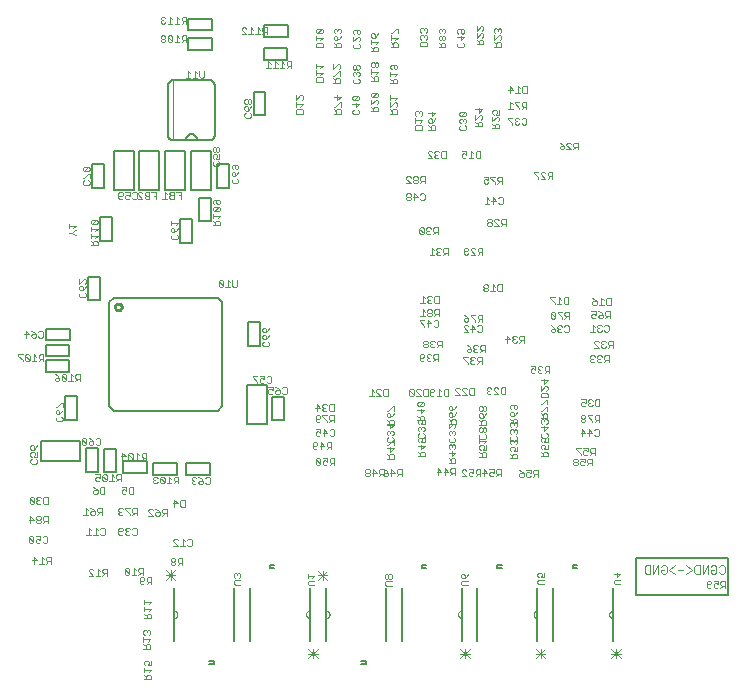
<source format=gbo>
G75*
%MOIN*%
%OFA0B0*%
%FSLAX25Y25*%
%IPPOS*%
%LPD*%
%AMOC8*
5,1,8,0,0,1.08239X$1,22.5*
%
%ADD10C,0.00200*%
%ADD11C,0.00500*%
%ADD12C,0.00600*%
%ADD13C,0.00000*%
%ADD14C,0.00300*%
%ADD15C,0.00800*%
%ADD16C,0.01000*%
D10*
X0048838Y0047240D02*
X0050373Y0047240D01*
X0048838Y0048775D01*
X0048838Y0049159D01*
X0049222Y0049542D01*
X0049989Y0049542D01*
X0050373Y0049159D01*
X0051908Y0049542D02*
X0051908Y0047240D01*
X0052675Y0047240D02*
X0051140Y0047240D01*
X0052675Y0048775D02*
X0051908Y0049542D01*
X0053442Y0049159D02*
X0053442Y0048391D01*
X0053826Y0048008D01*
X0054977Y0048008D01*
X0054210Y0048008D02*
X0053442Y0047240D01*
X0054977Y0047240D02*
X0054977Y0049542D01*
X0053826Y0049542D01*
X0053442Y0049159D01*
X0060838Y0049401D02*
X0060838Y0047867D01*
X0061222Y0047483D01*
X0061989Y0047483D01*
X0062373Y0047867D01*
X0060838Y0049401D01*
X0061222Y0049785D01*
X0061989Y0049785D01*
X0062373Y0049401D01*
X0062373Y0047867D01*
X0063140Y0047483D02*
X0064675Y0047483D01*
X0065442Y0047483D02*
X0066209Y0048250D01*
X0065826Y0048250D02*
X0066977Y0048250D01*
X0066977Y0047483D02*
X0066977Y0049785D01*
X0065826Y0049785D01*
X0065442Y0049401D01*
X0065442Y0048634D01*
X0065826Y0048250D01*
X0064675Y0049018D02*
X0063907Y0049785D01*
X0063907Y0047483D01*
X0065878Y0046322D02*
X0065878Y0044787D01*
X0066262Y0044404D01*
X0067029Y0044404D01*
X0067413Y0044787D01*
X0068180Y0044404D02*
X0068947Y0045171D01*
X0068564Y0045171D02*
X0069715Y0045171D01*
X0069715Y0044404D02*
X0069715Y0046705D01*
X0068564Y0046705D01*
X0068180Y0046322D01*
X0068180Y0045554D01*
X0068564Y0045171D01*
X0067413Y0045938D02*
X0067029Y0045554D01*
X0065878Y0045554D01*
X0065878Y0046322D02*
X0066262Y0046705D01*
X0067029Y0046705D01*
X0067413Y0046322D01*
X0067413Y0045938D01*
X0067381Y0039184D02*
X0067381Y0037649D01*
X0067381Y0038416D02*
X0069683Y0038416D01*
X0068915Y0037649D01*
X0067381Y0036882D02*
X0067381Y0035347D01*
X0067381Y0036114D02*
X0069683Y0036114D01*
X0068915Y0035347D01*
X0068532Y0034580D02*
X0068148Y0034196D01*
X0068148Y0033045D01*
X0068148Y0033812D02*
X0067381Y0034580D01*
X0068532Y0034580D02*
X0069299Y0034580D01*
X0069683Y0034196D01*
X0069683Y0033045D01*
X0067381Y0033045D01*
X0067495Y0029096D02*
X0067111Y0028712D01*
X0067111Y0027945D01*
X0067495Y0027561D01*
X0067111Y0026794D02*
X0067111Y0025259D01*
X0067111Y0024492D02*
X0067879Y0023725D01*
X0067879Y0024108D02*
X0067879Y0022957D01*
X0067111Y0022957D02*
X0069413Y0022957D01*
X0069413Y0024108D01*
X0069030Y0024492D01*
X0068262Y0024492D01*
X0067879Y0024108D01*
X0068646Y0025259D02*
X0069413Y0026027D01*
X0067111Y0026027D01*
X0069030Y0027561D02*
X0069413Y0027945D01*
X0069413Y0028712D01*
X0069030Y0029096D01*
X0068646Y0029096D01*
X0068262Y0028712D01*
X0067879Y0029096D01*
X0067495Y0029096D01*
X0068262Y0028712D02*
X0068262Y0028329D01*
X0068454Y0018890D02*
X0067687Y0018890D01*
X0067303Y0018507D01*
X0067303Y0017739D01*
X0067687Y0017356D01*
X0068454Y0017356D02*
X0068838Y0018123D01*
X0068838Y0018507D01*
X0068454Y0018890D01*
X0069605Y0018890D02*
X0069605Y0017356D01*
X0068454Y0017356D01*
X0067303Y0016588D02*
X0067303Y0015054D01*
X0067303Y0015821D02*
X0069605Y0015821D01*
X0068838Y0015054D01*
X0068454Y0014286D02*
X0068071Y0013903D01*
X0068071Y0012752D01*
X0068071Y0013519D02*
X0067303Y0014286D01*
X0068454Y0014286D02*
X0069222Y0014286D01*
X0069605Y0013903D01*
X0069605Y0012752D01*
X0067303Y0012752D01*
X0076608Y0050770D02*
X0077375Y0050770D01*
X0077759Y0051154D01*
X0077759Y0051537D01*
X0077375Y0051921D01*
X0076608Y0051921D01*
X0076224Y0051537D01*
X0076224Y0051154D01*
X0076608Y0050770D01*
X0076608Y0051921D02*
X0076224Y0052305D01*
X0076224Y0052688D01*
X0076608Y0053072D01*
X0077375Y0053072D01*
X0077759Y0052688D01*
X0077759Y0052305D01*
X0077375Y0051921D01*
X0078526Y0051921D02*
X0078910Y0051537D01*
X0080061Y0051537D01*
X0080061Y0050770D02*
X0080061Y0053072D01*
X0078910Y0053072D01*
X0078526Y0052688D01*
X0078526Y0051921D01*
X0079294Y0051537D02*
X0078526Y0050770D01*
X0078628Y0057130D02*
X0077093Y0058665D01*
X0077093Y0059048D01*
X0077477Y0059432D01*
X0078244Y0059432D01*
X0078628Y0059048D01*
X0080162Y0059432D02*
X0080162Y0057130D01*
X0079395Y0057130D02*
X0080930Y0057130D01*
X0081697Y0057514D02*
X0082081Y0057130D01*
X0082848Y0057130D01*
X0083232Y0057514D01*
X0083232Y0059048D01*
X0082848Y0059432D01*
X0082081Y0059432D01*
X0081697Y0059048D01*
X0080930Y0058665D02*
X0080162Y0059432D01*
X0078628Y0057130D02*
X0077093Y0057130D01*
X0074899Y0067263D02*
X0074899Y0069565D01*
X0073748Y0069565D01*
X0073364Y0069182D01*
X0073364Y0068414D01*
X0073748Y0068031D01*
X0074899Y0068031D01*
X0074131Y0068031D02*
X0073364Y0067263D01*
X0072597Y0067647D02*
X0072213Y0067263D01*
X0071446Y0067263D01*
X0071062Y0067647D01*
X0071062Y0068031D01*
X0071446Y0068414D01*
X0072597Y0068414D01*
X0072597Y0067647D01*
X0072597Y0068414D02*
X0071829Y0069182D01*
X0071062Y0069565D01*
X0070295Y0069182D02*
X0069911Y0069565D01*
X0069144Y0069565D01*
X0068760Y0069182D01*
X0068760Y0068798D01*
X0070295Y0067263D01*
X0068760Y0067263D01*
X0064887Y0067420D02*
X0064887Y0069722D01*
X0063736Y0069722D01*
X0063353Y0069338D01*
X0063353Y0068571D01*
X0063736Y0068187D01*
X0064887Y0068187D01*
X0064120Y0068187D02*
X0063353Y0067420D01*
X0062585Y0067420D02*
X0062585Y0067804D01*
X0061051Y0069338D01*
X0061051Y0069722D01*
X0062585Y0069722D01*
X0060283Y0069338D02*
X0059900Y0069722D01*
X0059132Y0069722D01*
X0058749Y0069338D01*
X0058749Y0068955D01*
X0059132Y0068571D01*
X0058749Y0068187D01*
X0058749Y0067804D01*
X0059132Y0067420D01*
X0059900Y0067420D01*
X0060283Y0067804D01*
X0059516Y0068571D02*
X0059132Y0068571D01*
X0059156Y0063150D02*
X0058773Y0062766D01*
X0058773Y0061231D01*
X0059156Y0060848D01*
X0059924Y0060848D01*
X0060307Y0061231D01*
X0061074Y0061231D02*
X0061458Y0060848D01*
X0062225Y0060848D01*
X0062609Y0061231D01*
X0063376Y0061231D02*
X0063760Y0060848D01*
X0064527Y0060848D01*
X0064911Y0061231D01*
X0064911Y0062766D01*
X0064527Y0063150D01*
X0063760Y0063150D01*
X0063376Y0062766D01*
X0062609Y0062766D02*
X0062225Y0063150D01*
X0061458Y0063150D01*
X0061074Y0062766D01*
X0061074Y0062382D01*
X0061458Y0061999D01*
X0061074Y0061615D01*
X0061074Y0061231D01*
X0061458Y0061999D02*
X0061842Y0061999D01*
X0060307Y0062382D02*
X0059924Y0061999D01*
X0058773Y0061999D01*
X0059156Y0063150D02*
X0059924Y0063150D01*
X0060307Y0062766D01*
X0060307Y0062382D01*
X0054213Y0062807D02*
X0054213Y0061273D01*
X0053830Y0060889D01*
X0053062Y0060889D01*
X0052679Y0061273D01*
X0051911Y0060889D02*
X0050377Y0060889D01*
X0051144Y0060889D02*
X0051144Y0063191D01*
X0051911Y0062424D01*
X0052679Y0062807D02*
X0053062Y0063191D01*
X0053830Y0063191D01*
X0054213Y0062807D01*
X0049609Y0062424D02*
X0048842Y0063191D01*
X0048842Y0060889D01*
X0049609Y0060889D02*
X0048075Y0060889D01*
X0047865Y0067539D02*
X0047865Y0069841D01*
X0048632Y0069074D01*
X0049400Y0069841D02*
X0050167Y0069457D01*
X0050934Y0068690D01*
X0049783Y0068690D01*
X0049400Y0068306D01*
X0049400Y0067923D01*
X0049783Y0067539D01*
X0050551Y0067539D01*
X0050934Y0067923D01*
X0050934Y0068690D01*
X0051702Y0068690D02*
X0051702Y0069457D01*
X0052085Y0069841D01*
X0053236Y0069841D01*
X0053236Y0067539D01*
X0053236Y0068306D02*
X0052085Y0068306D01*
X0051702Y0068690D01*
X0052469Y0068306D02*
X0051702Y0067539D01*
X0048632Y0067539D02*
X0047098Y0067539D01*
X0050657Y0074544D02*
X0050273Y0074928D01*
X0050273Y0075312D01*
X0050657Y0075695D01*
X0051808Y0075695D01*
X0051808Y0074928D01*
X0051424Y0074544D01*
X0050657Y0074544D01*
X0051808Y0075695D02*
X0051040Y0076463D01*
X0050273Y0076846D01*
X0051490Y0078687D02*
X0052257Y0078687D01*
X0052641Y0079070D01*
X0053408Y0079070D02*
X0053792Y0078687D01*
X0054559Y0078687D01*
X0054943Y0079070D01*
X0053408Y0080605D01*
X0053408Y0079070D01*
X0052641Y0079838D02*
X0051874Y0080221D01*
X0051490Y0080221D01*
X0051106Y0079838D01*
X0051106Y0079070D01*
X0051490Y0078687D01*
X0052641Y0079838D02*
X0052641Y0080989D01*
X0051106Y0080989D01*
X0053408Y0080605D02*
X0053792Y0080989D01*
X0054559Y0080989D01*
X0054943Y0080605D01*
X0054943Y0079070D01*
X0055710Y0078687D02*
X0057245Y0078687D01*
X0058012Y0078687D02*
X0058780Y0079454D01*
X0058396Y0079454D02*
X0059547Y0079454D01*
X0059547Y0078687D02*
X0059547Y0080989D01*
X0058396Y0080989D01*
X0058012Y0080605D01*
X0058012Y0079838D01*
X0058396Y0079454D01*
X0057245Y0080221D02*
X0056478Y0080989D01*
X0056478Y0078687D01*
X0054109Y0076846D02*
X0052959Y0076846D01*
X0052575Y0076463D01*
X0052575Y0074928D01*
X0052959Y0074544D01*
X0054109Y0074544D01*
X0054109Y0076846D01*
X0059909Y0076734D02*
X0061444Y0076734D01*
X0061444Y0075583D01*
X0060677Y0075966D01*
X0060293Y0075966D01*
X0059909Y0075583D01*
X0059909Y0074815D01*
X0060293Y0074432D01*
X0061060Y0074432D01*
X0061444Y0074815D01*
X0062211Y0074815D02*
X0062595Y0074432D01*
X0063746Y0074432D01*
X0063746Y0076734D01*
X0062595Y0076734D01*
X0062211Y0076350D01*
X0062211Y0074815D01*
X0070281Y0078363D02*
X0070665Y0077979D01*
X0071432Y0077979D01*
X0071816Y0078363D01*
X0072583Y0078363D02*
X0072967Y0077979D01*
X0073734Y0077979D01*
X0074118Y0078363D01*
X0072583Y0079897D01*
X0072583Y0078363D01*
X0072583Y0079897D02*
X0072967Y0080281D01*
X0073734Y0080281D01*
X0074118Y0079897D01*
X0074118Y0078363D01*
X0074885Y0077979D02*
X0076420Y0077979D01*
X0077187Y0077979D02*
X0077954Y0078746D01*
X0077571Y0078746D02*
X0078722Y0078746D01*
X0078722Y0077979D02*
X0078722Y0080281D01*
X0077571Y0080281D01*
X0077187Y0079897D01*
X0077187Y0079130D01*
X0077571Y0078746D01*
X0076420Y0079514D02*
X0075652Y0080281D01*
X0075652Y0077979D01*
X0071816Y0079897D02*
X0071432Y0080281D01*
X0070665Y0080281D01*
X0070281Y0079897D01*
X0070281Y0079514D01*
X0070665Y0079130D01*
X0070281Y0078746D01*
X0070281Y0078363D01*
X0070665Y0079130D02*
X0071048Y0079130D01*
X0077357Y0072570D02*
X0078508Y0071419D01*
X0076974Y0071419D01*
X0077357Y0070268D02*
X0077357Y0072570D01*
X0079276Y0072186D02*
X0079276Y0070651D01*
X0079659Y0070268D01*
X0080810Y0070268D01*
X0080810Y0072570D01*
X0079659Y0072570D01*
X0079276Y0072186D01*
X0083522Y0077798D02*
X0083139Y0078182D01*
X0083139Y0078565D01*
X0083522Y0078949D01*
X0083906Y0078949D01*
X0083522Y0078949D02*
X0083139Y0079333D01*
X0083139Y0079716D01*
X0083522Y0080100D01*
X0084290Y0080100D01*
X0084673Y0079716D01*
X0085441Y0080100D02*
X0086208Y0079716D01*
X0086975Y0078949D01*
X0085824Y0078949D01*
X0085441Y0078565D01*
X0085441Y0078182D01*
X0085824Y0077798D01*
X0086591Y0077798D01*
X0086975Y0078182D01*
X0086975Y0078949D01*
X0087742Y0078182D02*
X0088126Y0077798D01*
X0088893Y0077798D01*
X0089277Y0078182D01*
X0089277Y0079716D01*
X0088893Y0080100D01*
X0088126Y0080100D01*
X0087742Y0079716D01*
X0084673Y0078182D02*
X0084290Y0077798D01*
X0083522Y0077798D01*
X0068071Y0085855D02*
X0068071Y0088157D01*
X0066920Y0088157D01*
X0066537Y0087773D01*
X0066537Y0087006D01*
X0066920Y0086622D01*
X0068071Y0086622D01*
X0067304Y0086622D02*
X0066537Y0085855D01*
X0065769Y0085855D02*
X0064235Y0085855D01*
X0065002Y0085855D02*
X0065002Y0088157D01*
X0065769Y0087389D01*
X0063467Y0087773D02*
X0063084Y0088157D01*
X0062317Y0088157D01*
X0061933Y0087773D01*
X0063467Y0086238D01*
X0063084Y0085855D01*
X0062317Y0085855D01*
X0061933Y0086238D01*
X0061933Y0087773D01*
X0061166Y0087006D02*
X0060015Y0088157D01*
X0060015Y0085855D01*
X0059631Y0087006D02*
X0061166Y0087006D01*
X0063467Y0086238D02*
X0063467Y0087773D01*
X0052711Y0091252D02*
X0052327Y0090868D01*
X0051560Y0090868D01*
X0051176Y0091252D01*
X0050409Y0091252D02*
X0050025Y0090868D01*
X0049258Y0090868D01*
X0048874Y0091252D01*
X0048874Y0091636D01*
X0049258Y0092019D01*
X0050409Y0092019D01*
X0050409Y0091252D01*
X0050409Y0092019D02*
X0049642Y0092787D01*
X0048874Y0093170D01*
X0048107Y0092787D02*
X0047723Y0093170D01*
X0046956Y0093170D01*
X0046572Y0092787D01*
X0048107Y0091252D01*
X0047723Y0090868D01*
X0046956Y0090868D01*
X0046572Y0091252D01*
X0046572Y0092787D01*
X0048107Y0092787D02*
X0048107Y0091252D01*
X0051176Y0092787D02*
X0051560Y0093170D01*
X0052327Y0093170D01*
X0052711Y0092787D01*
X0052711Y0091252D01*
X0040136Y0099119D02*
X0039752Y0098736D01*
X0038218Y0098736D01*
X0037834Y0099119D01*
X0037834Y0099887D01*
X0038218Y0100270D01*
X0038218Y0101038D02*
X0037834Y0101421D01*
X0037834Y0102189D01*
X0038218Y0102572D01*
X0038601Y0102572D01*
X0038985Y0102189D01*
X0038985Y0101038D01*
X0038218Y0101038D01*
X0038985Y0101038D02*
X0039752Y0101805D01*
X0040136Y0102572D01*
X0040136Y0103340D02*
X0040136Y0104874D01*
X0039752Y0104874D01*
X0038218Y0103340D01*
X0037834Y0103340D01*
X0039752Y0100270D02*
X0040136Y0099887D01*
X0040136Y0099119D01*
X0031730Y0090738D02*
X0031346Y0089970D01*
X0030579Y0089203D01*
X0030579Y0090354D01*
X0030195Y0090738D01*
X0029811Y0090738D01*
X0029428Y0090354D01*
X0029428Y0089587D01*
X0029811Y0089203D01*
X0030579Y0089203D01*
X0030579Y0088436D02*
X0029811Y0088436D01*
X0029428Y0088052D01*
X0029428Y0087285D01*
X0029811Y0086901D01*
X0029811Y0086134D02*
X0029428Y0085750D01*
X0029428Y0084983D01*
X0029811Y0084599D01*
X0031346Y0084599D01*
X0031730Y0084983D01*
X0031730Y0085750D01*
X0031346Y0086134D01*
X0031730Y0086901D02*
X0030579Y0086901D01*
X0030962Y0087668D01*
X0030962Y0088052D01*
X0030579Y0088436D01*
X0031730Y0088436D02*
X0031730Y0086901D01*
X0031799Y0073498D02*
X0031415Y0073114D01*
X0031415Y0072731D01*
X0031799Y0072347D01*
X0031415Y0071963D01*
X0031415Y0071580D01*
X0031799Y0071196D01*
X0032566Y0071196D01*
X0032950Y0071580D01*
X0033717Y0071580D02*
X0033717Y0073114D01*
X0034101Y0073498D01*
X0035252Y0073498D01*
X0035252Y0071196D01*
X0034101Y0071196D01*
X0033717Y0071580D01*
X0032950Y0073114D02*
X0032566Y0073498D01*
X0031799Y0073498D01*
X0031799Y0072347D02*
X0032182Y0072347D01*
X0030648Y0071580D02*
X0030648Y0073114D01*
X0030264Y0073498D01*
X0029497Y0073498D01*
X0029113Y0073114D01*
X0030648Y0071580D01*
X0030264Y0071196D01*
X0029497Y0071196D01*
X0029113Y0071580D01*
X0029113Y0073114D01*
X0029443Y0067101D02*
X0030594Y0065950D01*
X0029060Y0065950D01*
X0029443Y0064799D02*
X0029443Y0067101D01*
X0031362Y0066717D02*
X0031362Y0066333D01*
X0031745Y0065950D01*
X0032513Y0065950D01*
X0032896Y0066333D01*
X0032896Y0066717D01*
X0032513Y0067101D01*
X0031745Y0067101D01*
X0031362Y0066717D01*
X0031745Y0065950D02*
X0031362Y0065566D01*
X0031362Y0065182D01*
X0031745Y0064799D01*
X0032513Y0064799D01*
X0032896Y0065182D01*
X0032896Y0065566D01*
X0032513Y0065950D01*
X0033663Y0065950D02*
X0034047Y0065566D01*
X0035198Y0065566D01*
X0034431Y0065566D02*
X0033663Y0064799D01*
X0033663Y0065950D02*
X0033663Y0066717D01*
X0034047Y0067101D01*
X0035198Y0067101D01*
X0035198Y0064799D01*
X0034636Y0060366D02*
X0035020Y0059982D01*
X0035020Y0058447D01*
X0034636Y0058064D01*
X0033869Y0058064D01*
X0033485Y0058447D01*
X0032718Y0058447D02*
X0032334Y0058064D01*
X0031567Y0058064D01*
X0031183Y0058447D01*
X0031183Y0059215D01*
X0031567Y0059598D01*
X0031950Y0059598D01*
X0032718Y0059215D01*
X0032718Y0060366D01*
X0031183Y0060366D01*
X0030416Y0059982D02*
X0030032Y0060366D01*
X0029265Y0060366D01*
X0028881Y0059982D01*
X0030416Y0058447D01*
X0030032Y0058064D01*
X0029265Y0058064D01*
X0028881Y0058447D01*
X0028881Y0059982D01*
X0030416Y0059982D02*
X0030416Y0058447D01*
X0033485Y0059982D02*
X0033869Y0060366D01*
X0034636Y0060366D01*
X0035057Y0053561D02*
X0034673Y0053177D01*
X0034673Y0052410D01*
X0035057Y0052026D01*
X0036208Y0052026D01*
X0036208Y0051259D02*
X0036208Y0053561D01*
X0035057Y0053561D01*
X0033906Y0052794D02*
X0033139Y0053561D01*
X0033139Y0051259D01*
X0033906Y0051259D02*
X0032371Y0051259D01*
X0031604Y0052410D02*
X0030453Y0053561D01*
X0030453Y0051259D01*
X0030070Y0052410D02*
X0031604Y0052410D01*
X0034673Y0051259D02*
X0035441Y0052026D01*
X0037888Y0112114D02*
X0037504Y0112497D01*
X0037504Y0112881D01*
X0037888Y0113265D01*
X0039039Y0113265D01*
X0039039Y0112497D01*
X0038655Y0112114D01*
X0037888Y0112114D01*
X0039039Y0113265D02*
X0038272Y0114032D01*
X0037504Y0114416D01*
X0039806Y0114032D02*
X0041341Y0112497D01*
X0040957Y0112114D01*
X0040190Y0112114D01*
X0039806Y0112497D01*
X0039806Y0114032D01*
X0040190Y0114416D01*
X0040957Y0114416D01*
X0041341Y0114032D01*
X0041341Y0112497D01*
X0042108Y0112114D02*
X0043643Y0112114D01*
X0044410Y0112114D02*
X0045178Y0112881D01*
X0044794Y0112881D02*
X0045945Y0112881D01*
X0045945Y0112114D02*
X0045945Y0114416D01*
X0044794Y0114416D01*
X0044410Y0114032D01*
X0044410Y0113265D01*
X0044794Y0112881D01*
X0043643Y0113648D02*
X0042876Y0114416D01*
X0042876Y0112114D01*
X0033745Y0118672D02*
X0033745Y0120974D01*
X0032594Y0120974D01*
X0032210Y0120591D01*
X0032210Y0119823D01*
X0032594Y0119440D01*
X0033745Y0119440D01*
X0032977Y0119440D02*
X0032210Y0118672D01*
X0031443Y0118672D02*
X0029908Y0118672D01*
X0030675Y0118672D02*
X0030675Y0120974D01*
X0031443Y0120207D01*
X0029141Y0120591D02*
X0029141Y0119056D01*
X0027606Y0120591D01*
X0027606Y0119056D01*
X0027990Y0118672D01*
X0028757Y0118672D01*
X0029141Y0119056D01*
X0029141Y0120591D02*
X0028757Y0120974D01*
X0027990Y0120974D01*
X0027606Y0120591D01*
X0026839Y0120974D02*
X0025304Y0120974D01*
X0025304Y0120591D01*
X0026839Y0119056D01*
X0026839Y0118672D01*
X0027820Y0126624D02*
X0027820Y0128926D01*
X0028971Y0127775D01*
X0027437Y0127775D01*
X0029739Y0127391D02*
X0030122Y0127775D01*
X0031273Y0127775D01*
X0031273Y0127008D01*
X0030889Y0126624D01*
X0030122Y0126624D01*
X0029739Y0127008D01*
X0029739Y0127391D01*
X0030506Y0128542D02*
X0031273Y0127775D01*
X0030506Y0128542D02*
X0029739Y0128926D01*
X0032040Y0128542D02*
X0032424Y0128926D01*
X0033191Y0128926D01*
X0033575Y0128542D01*
X0033575Y0127008D01*
X0033191Y0126624D01*
X0032424Y0126624D01*
X0032040Y0127008D01*
X0045727Y0140390D02*
X0045727Y0141157D01*
X0046111Y0141541D01*
X0046111Y0142308D02*
X0045727Y0142692D01*
X0045727Y0143459D01*
X0046111Y0143843D01*
X0046495Y0143843D01*
X0046878Y0143459D01*
X0046878Y0142308D01*
X0046111Y0142308D01*
X0046878Y0142308D02*
X0047646Y0143076D01*
X0048029Y0143843D01*
X0047646Y0144610D02*
X0048029Y0144994D01*
X0048029Y0145761D01*
X0047646Y0146145D01*
X0047262Y0146145D01*
X0045727Y0144610D01*
X0045727Y0146145D01*
X0047646Y0141541D02*
X0048029Y0141157D01*
X0048029Y0140390D01*
X0047646Y0140006D01*
X0046111Y0140006D01*
X0045727Y0140390D01*
X0049483Y0157397D02*
X0051785Y0157397D01*
X0051785Y0158548D01*
X0051401Y0158931D01*
X0050634Y0158931D01*
X0050250Y0158548D01*
X0050250Y0157397D01*
X0050250Y0158164D02*
X0049483Y0158931D01*
X0049483Y0159699D02*
X0049483Y0161233D01*
X0049483Y0160466D02*
X0051785Y0160466D01*
X0051018Y0159699D01*
X0051018Y0162001D02*
X0051785Y0162768D01*
X0049483Y0162768D01*
X0049483Y0162001D02*
X0049483Y0163535D01*
X0049867Y0164303D02*
X0051401Y0165837D01*
X0049867Y0165837D01*
X0049483Y0165454D01*
X0049483Y0164686D01*
X0049867Y0164303D01*
X0051401Y0164303D01*
X0051785Y0164686D01*
X0051785Y0165454D01*
X0051401Y0165837D01*
X0058739Y0173091D02*
X0058739Y0174625D01*
X0059123Y0175009D01*
X0059890Y0175009D01*
X0060274Y0174625D01*
X0060274Y0174242D01*
X0059890Y0173858D01*
X0058739Y0173858D01*
X0058739Y0173091D02*
X0059123Y0172707D01*
X0059890Y0172707D01*
X0060274Y0173091D01*
X0061041Y0173091D02*
X0061424Y0172707D01*
X0062192Y0172707D01*
X0062575Y0173091D01*
X0062575Y0173858D02*
X0061808Y0174242D01*
X0061424Y0174242D01*
X0061041Y0173858D01*
X0061041Y0173091D01*
X0062575Y0173858D02*
X0062575Y0175009D01*
X0061041Y0175009D01*
X0063343Y0174625D02*
X0063726Y0175009D01*
X0064494Y0175009D01*
X0064877Y0174625D01*
X0064877Y0173091D01*
X0064494Y0172707D01*
X0063726Y0172707D01*
X0063343Y0173091D01*
X0065163Y0172804D02*
X0066698Y0172804D01*
X0065163Y0174338D01*
X0065163Y0174722D01*
X0065547Y0175106D01*
X0066314Y0175106D01*
X0066698Y0174722D01*
X0067465Y0174722D02*
X0067465Y0174338D01*
X0067849Y0173955D01*
X0069000Y0173955D01*
X0069000Y0175106D02*
X0067849Y0175106D01*
X0067465Y0174722D01*
X0067849Y0173955D02*
X0067465Y0173571D01*
X0067465Y0173187D01*
X0067849Y0172804D01*
X0069000Y0172804D01*
X0069000Y0175106D01*
X0069767Y0175106D02*
X0071302Y0175106D01*
X0071302Y0172804D01*
X0071302Y0173955D02*
X0070534Y0173955D01*
X0073439Y0172870D02*
X0074974Y0172870D01*
X0074206Y0172870D02*
X0074206Y0175172D01*
X0074974Y0174404D01*
X0075741Y0174404D02*
X0076125Y0174021D01*
X0077276Y0174021D01*
X0077276Y0175172D02*
X0076125Y0175172D01*
X0075741Y0174788D01*
X0075741Y0174404D01*
X0076125Y0174021D02*
X0075741Y0173637D01*
X0075741Y0173253D01*
X0076125Y0172870D01*
X0077276Y0172870D01*
X0077276Y0175172D01*
X0078043Y0175172D02*
X0079578Y0175172D01*
X0079578Y0172870D01*
X0079578Y0174021D02*
X0078810Y0174021D01*
X0076260Y0165496D02*
X0076260Y0163961D01*
X0076260Y0164729D02*
X0078562Y0164729D01*
X0077795Y0163961D01*
X0078562Y0163194D02*
X0078178Y0162427D01*
X0077411Y0161659D01*
X0077411Y0162810D01*
X0077027Y0163194D01*
X0076644Y0163194D01*
X0076260Y0162810D01*
X0076260Y0162043D01*
X0076644Y0161659D01*
X0077411Y0161659D01*
X0078178Y0160892D02*
X0078562Y0160508D01*
X0078562Y0159741D01*
X0078178Y0159357D01*
X0076644Y0159357D01*
X0076260Y0159741D01*
X0076260Y0160508D01*
X0076644Y0160892D01*
X0090290Y0164075D02*
X0092592Y0164075D01*
X0092592Y0165226D01*
X0092208Y0165609D01*
X0091441Y0165609D01*
X0091057Y0165226D01*
X0091057Y0164075D01*
X0091057Y0164842D02*
X0090290Y0165609D01*
X0090290Y0166377D02*
X0090290Y0167911D01*
X0090290Y0167144D02*
X0092592Y0167144D01*
X0091824Y0166377D01*
X0092208Y0168678D02*
X0090673Y0168678D01*
X0092208Y0170213D01*
X0090673Y0170213D01*
X0090290Y0169829D01*
X0090290Y0169062D01*
X0090673Y0168678D01*
X0092208Y0168678D02*
X0092592Y0169062D01*
X0092592Y0169829D01*
X0092208Y0170213D01*
X0092208Y0170980D02*
X0091824Y0170980D01*
X0091441Y0171364D01*
X0091441Y0172515D01*
X0092208Y0172515D02*
X0092592Y0172131D01*
X0092592Y0171364D01*
X0092208Y0170980D01*
X0090673Y0170980D02*
X0090290Y0171364D01*
X0090290Y0172131D01*
X0090673Y0172515D01*
X0092208Y0172515D01*
X0096855Y0178051D02*
X0096472Y0178435D01*
X0096472Y0179202D01*
X0096855Y0179586D01*
X0096855Y0180353D02*
X0096472Y0180737D01*
X0096472Y0181504D01*
X0096855Y0181888D01*
X0097239Y0181888D01*
X0097623Y0181504D01*
X0097623Y0180353D01*
X0096855Y0180353D01*
X0097623Y0180353D02*
X0098390Y0181121D01*
X0098774Y0181888D01*
X0098390Y0182655D02*
X0098006Y0182655D01*
X0097623Y0183039D01*
X0097623Y0184190D01*
X0098390Y0184190D02*
X0098774Y0183806D01*
X0098774Y0183039D01*
X0098390Y0182655D01*
X0096855Y0182655D02*
X0096472Y0183039D01*
X0096472Y0183806D01*
X0096855Y0184190D01*
X0098390Y0184190D01*
X0098390Y0179586D02*
X0098774Y0179202D01*
X0098774Y0178435D01*
X0098390Y0178051D01*
X0096855Y0178051D01*
X0092051Y0183917D02*
X0090516Y0183917D01*
X0090132Y0184301D01*
X0090132Y0185068D01*
X0090516Y0185452D01*
X0090516Y0186219D02*
X0090132Y0186602D01*
X0090132Y0187370D01*
X0090516Y0187753D01*
X0091283Y0187753D01*
X0091667Y0187370D01*
X0091667Y0186986D01*
X0091283Y0186219D01*
X0092434Y0186219D01*
X0092434Y0187753D01*
X0092051Y0188521D02*
X0091667Y0188521D01*
X0091283Y0188904D01*
X0091283Y0189672D01*
X0090900Y0190055D01*
X0090516Y0190055D01*
X0090132Y0189672D01*
X0090132Y0188904D01*
X0090516Y0188521D01*
X0090900Y0188521D01*
X0091283Y0188904D01*
X0091283Y0189672D02*
X0091667Y0190055D01*
X0092051Y0190055D01*
X0092434Y0189672D01*
X0092434Y0188904D01*
X0092051Y0188521D01*
X0092051Y0185452D02*
X0092434Y0185068D01*
X0092434Y0184301D01*
X0092051Y0183917D01*
X0076797Y0192409D02*
X0076797Y0212409D01*
X0076341Y0225035D02*
X0076725Y0225419D01*
X0075190Y0226953D01*
X0075190Y0225419D01*
X0075574Y0225035D01*
X0076341Y0225035D01*
X0076725Y0225419D02*
X0076725Y0226953D01*
X0076341Y0227337D01*
X0075574Y0227337D01*
X0075190Y0226953D01*
X0074423Y0226953D02*
X0074039Y0227337D01*
X0073272Y0227337D01*
X0072888Y0226953D01*
X0072888Y0226570D01*
X0073272Y0226186D01*
X0074039Y0226186D01*
X0074423Y0226570D01*
X0074423Y0226953D01*
X0074039Y0226186D02*
X0074423Y0225802D01*
X0074423Y0225419D01*
X0074039Y0225035D01*
X0073272Y0225035D01*
X0072888Y0225419D01*
X0072888Y0225802D01*
X0073272Y0226186D01*
X0077492Y0225035D02*
X0079027Y0225035D01*
X0079794Y0225035D02*
X0080561Y0225802D01*
X0080178Y0225802D02*
X0081329Y0225802D01*
X0081329Y0225035D02*
X0081329Y0227337D01*
X0080178Y0227337D01*
X0079794Y0226953D01*
X0079794Y0226186D01*
X0080178Y0225802D01*
X0079027Y0226570D02*
X0078259Y0227337D01*
X0078259Y0225035D01*
X0078266Y0231244D02*
X0078266Y0233546D01*
X0079033Y0232779D01*
X0079800Y0233162D02*
X0079800Y0232395D01*
X0080184Y0232011D01*
X0081335Y0232011D01*
X0081335Y0231244D02*
X0081335Y0233546D01*
X0080184Y0233546D01*
X0079800Y0233162D01*
X0080568Y0232011D02*
X0079800Y0231244D01*
X0079033Y0231244D02*
X0077498Y0231244D01*
X0076731Y0231244D02*
X0075196Y0231244D01*
X0075964Y0231244D02*
X0075964Y0233546D01*
X0076731Y0232779D01*
X0074429Y0233162D02*
X0074045Y0233546D01*
X0073278Y0233546D01*
X0072894Y0233162D01*
X0072894Y0232779D01*
X0073278Y0232395D01*
X0072894Y0232011D01*
X0072894Y0231628D01*
X0073278Y0231244D01*
X0074045Y0231244D01*
X0074429Y0231628D01*
X0073662Y0232395D02*
X0073278Y0232395D01*
X0099810Y0229578D02*
X0100194Y0229961D01*
X0100961Y0229961D01*
X0101345Y0229578D01*
X0099810Y0229578D02*
X0099810Y0229194D01*
X0101345Y0227659D01*
X0099810Y0227659D01*
X0102112Y0227659D02*
X0103647Y0227659D01*
X0104414Y0227659D02*
X0105949Y0227659D01*
X0106716Y0227659D02*
X0107483Y0228427D01*
X0107100Y0228427D02*
X0108251Y0228427D01*
X0108251Y0227659D02*
X0108251Y0229961D01*
X0107100Y0229961D01*
X0106716Y0229578D01*
X0106716Y0228810D01*
X0107100Y0228427D01*
X0105949Y0229194D02*
X0105181Y0229961D01*
X0105181Y0227659D01*
X0103647Y0229194D02*
X0102879Y0229961D01*
X0102879Y0227659D01*
X0108710Y0218683D02*
X0108710Y0216381D01*
X0107943Y0216381D02*
X0109478Y0216381D01*
X0110245Y0216381D02*
X0111780Y0216381D01*
X0112547Y0216381D02*
X0114082Y0216381D01*
X0114849Y0216381D02*
X0115616Y0217149D01*
X0115233Y0217149D02*
X0116384Y0217149D01*
X0116384Y0216381D02*
X0116384Y0218683D01*
X0115233Y0218683D01*
X0114849Y0218300D01*
X0114849Y0217532D01*
X0115233Y0217149D01*
X0114082Y0217916D02*
X0113314Y0218683D01*
X0113314Y0216381D01*
X0111780Y0217916D02*
X0111012Y0218683D01*
X0111012Y0216381D01*
X0109478Y0217916D02*
X0108710Y0218683D01*
X0102690Y0206093D02*
X0102306Y0206093D01*
X0101923Y0205710D01*
X0101923Y0204942D01*
X0102306Y0204559D01*
X0102690Y0204559D01*
X0103074Y0204942D01*
X0103074Y0205710D01*
X0102690Y0206093D01*
X0101923Y0205710D02*
X0101539Y0206093D01*
X0101155Y0206093D01*
X0100772Y0205710D01*
X0100772Y0204942D01*
X0101155Y0204559D01*
X0101539Y0204559D01*
X0101923Y0204942D01*
X0101539Y0203791D02*
X0101923Y0203408D01*
X0101923Y0202257D01*
X0101155Y0202257D01*
X0100772Y0202640D01*
X0100772Y0203408D01*
X0101155Y0203791D01*
X0101539Y0203791D01*
X0102690Y0203024D02*
X0101923Y0202257D01*
X0102690Y0203024D02*
X0103074Y0203791D01*
X0102690Y0201489D02*
X0103074Y0201106D01*
X0103074Y0200338D01*
X0102690Y0199955D01*
X0101155Y0199955D01*
X0100772Y0200338D01*
X0100772Y0201106D01*
X0101155Y0201489D01*
X0117871Y0201235D02*
X0117871Y0202386D01*
X0118255Y0202770D01*
X0119789Y0202770D01*
X0120173Y0202386D01*
X0120173Y0201235D01*
X0117871Y0201235D01*
X0117871Y0203537D02*
X0117871Y0205072D01*
X0117871Y0204305D02*
X0120173Y0204305D01*
X0119406Y0203537D01*
X0119789Y0205839D02*
X0120173Y0206223D01*
X0120173Y0206990D01*
X0119789Y0207374D01*
X0119406Y0207374D01*
X0117871Y0205839D01*
X0117871Y0207374D01*
X0124538Y0211817D02*
X0124538Y0212968D01*
X0124922Y0213352D01*
X0126456Y0213352D01*
X0126840Y0212968D01*
X0126840Y0211817D01*
X0124538Y0211817D01*
X0124538Y0214119D02*
X0124538Y0215653D01*
X0124538Y0214886D02*
X0126840Y0214886D01*
X0126073Y0214119D01*
X0126073Y0216421D02*
X0126840Y0217188D01*
X0124538Y0217188D01*
X0124538Y0216421D02*
X0124538Y0217955D01*
X0124551Y0223360D02*
X0124551Y0224511D01*
X0124934Y0224894D01*
X0126469Y0224894D01*
X0126853Y0224511D01*
X0126853Y0223360D01*
X0124551Y0223360D01*
X0124551Y0225662D02*
X0124551Y0227196D01*
X0124551Y0226429D02*
X0126853Y0226429D01*
X0126085Y0225662D01*
X0126469Y0227964D02*
X0124934Y0227964D01*
X0126469Y0229498D01*
X0124934Y0229498D01*
X0124551Y0229115D01*
X0124551Y0228347D01*
X0124934Y0227964D01*
X0126469Y0227964D02*
X0126853Y0228347D01*
X0126853Y0229115D01*
X0126469Y0229498D01*
X0130625Y0229110D02*
X0130625Y0228343D01*
X0131009Y0227959D01*
X0131009Y0227192D02*
X0131393Y0227192D01*
X0131776Y0226808D01*
X0131776Y0225657D01*
X0131009Y0225657D01*
X0130625Y0226041D01*
X0130625Y0226808D01*
X0131009Y0227192D01*
X0131776Y0228726D02*
X0131776Y0229110D01*
X0131393Y0229494D01*
X0131009Y0229494D01*
X0130625Y0229110D01*
X0131776Y0229110D02*
X0132160Y0229494D01*
X0132544Y0229494D01*
X0132927Y0229110D01*
X0132927Y0228343D01*
X0132544Y0227959D01*
X0132927Y0227192D02*
X0132544Y0226424D01*
X0131776Y0225657D01*
X0131776Y0224890D02*
X0131393Y0224506D01*
X0131393Y0223355D01*
X0131393Y0224123D02*
X0130625Y0224890D01*
X0131776Y0224890D02*
X0132544Y0224890D01*
X0132927Y0224506D01*
X0132927Y0223355D01*
X0130625Y0223355D01*
X0130334Y0217718D02*
X0130334Y0216184D01*
X0131869Y0217718D01*
X0132253Y0217718D01*
X0132636Y0217335D01*
X0132636Y0216567D01*
X0132253Y0216184D01*
X0132253Y0215416D02*
X0130718Y0213882D01*
X0130334Y0213882D01*
X0130334Y0213115D02*
X0131102Y0212347D01*
X0131102Y0212731D02*
X0131102Y0211580D01*
X0130334Y0211580D02*
X0132636Y0211580D01*
X0132636Y0212731D01*
X0132253Y0213115D01*
X0131485Y0213115D01*
X0131102Y0212731D01*
X0132636Y0213882D02*
X0132636Y0215416D01*
X0132253Y0215416D01*
X0136860Y0214796D02*
X0136860Y0214028D01*
X0137244Y0213645D01*
X0137244Y0212877D02*
X0136860Y0212494D01*
X0136860Y0211726D01*
X0137244Y0211343D01*
X0138778Y0211343D01*
X0139162Y0211726D01*
X0139162Y0212494D01*
X0138778Y0212877D01*
X0138778Y0213645D02*
X0139162Y0214028D01*
X0139162Y0214796D01*
X0138778Y0215179D01*
X0138395Y0215179D01*
X0138011Y0214796D01*
X0137627Y0215179D01*
X0137244Y0215179D01*
X0136860Y0214796D01*
X0138011Y0214796D02*
X0138011Y0214412D01*
X0137627Y0215947D02*
X0138011Y0216330D01*
X0138011Y0217098D01*
X0137627Y0217481D01*
X0137244Y0217481D01*
X0136860Y0217098D01*
X0136860Y0216330D01*
X0137244Y0215947D01*
X0137627Y0215947D01*
X0138011Y0216330D02*
X0138395Y0215947D01*
X0138778Y0215947D01*
X0139162Y0216330D01*
X0139162Y0217098D01*
X0138778Y0217481D01*
X0138395Y0217481D01*
X0138011Y0217098D01*
X0143055Y0217174D02*
X0143439Y0216790D01*
X0143822Y0216790D01*
X0144206Y0217174D01*
X0144206Y0217941D01*
X0143822Y0218325D01*
X0143439Y0218325D01*
X0143055Y0217941D01*
X0143055Y0217174D01*
X0143055Y0216023D02*
X0143055Y0214488D01*
X0143055Y0213721D02*
X0143822Y0212954D01*
X0143822Y0213337D02*
X0143822Y0212186D01*
X0143055Y0212186D02*
X0145357Y0212186D01*
X0145357Y0213337D01*
X0144973Y0213721D01*
X0144206Y0213721D01*
X0143822Y0213337D01*
X0144590Y0214488D02*
X0145357Y0215256D01*
X0143055Y0215256D01*
X0144590Y0216790D02*
X0144973Y0216790D01*
X0145357Y0217174D01*
X0145357Y0217941D01*
X0144973Y0218325D01*
X0144590Y0218325D01*
X0144206Y0217941D01*
X0144206Y0217174D02*
X0144590Y0216790D01*
X0149439Y0217156D02*
X0149823Y0217539D01*
X0151357Y0217539D01*
X0151741Y0217156D01*
X0151741Y0216388D01*
X0151357Y0216005D01*
X0150973Y0216005D01*
X0150590Y0216388D01*
X0150590Y0217539D01*
X0149439Y0217156D02*
X0149439Y0216388D01*
X0149823Y0216005D01*
X0149439Y0215237D02*
X0149439Y0213703D01*
X0149439Y0214470D02*
X0151741Y0214470D01*
X0150973Y0213703D01*
X0150590Y0212935D02*
X0150206Y0212552D01*
X0150206Y0211401D01*
X0150206Y0212168D02*
X0149439Y0212935D01*
X0150590Y0212935D02*
X0151357Y0212935D01*
X0151741Y0212552D01*
X0151741Y0211401D01*
X0149439Y0211401D01*
X0149295Y0207303D02*
X0149295Y0205768D01*
X0149295Y0205001D02*
X0149295Y0203466D01*
X0150829Y0205001D01*
X0151213Y0205001D01*
X0151596Y0204617D01*
X0151596Y0203850D01*
X0151213Y0203466D01*
X0151213Y0202699D02*
X0150446Y0202699D01*
X0150062Y0202316D01*
X0150062Y0201165D01*
X0150062Y0201932D02*
X0149295Y0202699D01*
X0149295Y0201165D02*
X0151596Y0201165D01*
X0151596Y0202316D01*
X0151213Y0202699D01*
X0150829Y0205768D02*
X0151596Y0206536D01*
X0149295Y0206536D01*
X0145303Y0207076D02*
X0145303Y0207844D01*
X0144919Y0208227D01*
X0143384Y0206693D01*
X0143001Y0207076D01*
X0143001Y0207844D01*
X0143384Y0208227D01*
X0144919Y0208227D01*
X0145303Y0207076D02*
X0144919Y0206693D01*
X0143384Y0206693D01*
X0143001Y0205925D02*
X0143001Y0204391D01*
X0144535Y0205925D01*
X0144919Y0205925D01*
X0145303Y0205542D01*
X0145303Y0204774D01*
X0144919Y0204391D01*
X0144919Y0203623D02*
X0144152Y0203623D01*
X0143768Y0203240D01*
X0143768Y0202089D01*
X0143768Y0202856D02*
X0143001Y0203623D01*
X0143001Y0202089D02*
X0145303Y0202089D01*
X0145303Y0203240D01*
X0144919Y0203623D01*
X0139059Y0204531D02*
X0137908Y0203380D01*
X0137908Y0204915D01*
X0138675Y0205682D02*
X0139059Y0206066D01*
X0139059Y0206833D01*
X0138675Y0207217D01*
X0137141Y0205682D01*
X0136757Y0206066D01*
X0136757Y0206833D01*
X0137141Y0207217D01*
X0138675Y0207217D01*
X0138675Y0205682D02*
X0137141Y0205682D01*
X0136757Y0204531D02*
X0139059Y0204531D01*
X0138675Y0202613D02*
X0139059Y0202229D01*
X0139059Y0201462D01*
X0138675Y0201078D01*
X0137141Y0201078D01*
X0136757Y0201462D01*
X0136757Y0202229D01*
X0137141Y0202613D01*
X0132843Y0202322D02*
X0132459Y0202705D01*
X0131692Y0202705D01*
X0131308Y0202322D01*
X0131308Y0201171D01*
X0130541Y0201171D02*
X0132843Y0201171D01*
X0132843Y0202322D01*
X0132843Y0203473D02*
X0132843Y0205007D01*
X0132459Y0205007D01*
X0130925Y0203473D01*
X0130541Y0203473D01*
X0130541Y0202705D02*
X0131308Y0201938D01*
X0131692Y0205775D02*
X0131692Y0207309D01*
X0132843Y0206926D02*
X0131692Y0205775D01*
X0130541Y0206926D02*
X0132843Y0206926D01*
X0137394Y0223053D02*
X0137010Y0223436D01*
X0137010Y0224204D01*
X0137394Y0224587D01*
X0137010Y0225355D02*
X0138545Y0226889D01*
X0138928Y0226889D01*
X0139312Y0226506D01*
X0139312Y0225738D01*
X0138928Y0225355D01*
X0138928Y0224587D02*
X0139312Y0224204D01*
X0139312Y0223436D01*
X0138928Y0223053D01*
X0137394Y0223053D01*
X0137010Y0225355D02*
X0137010Y0226889D01*
X0137394Y0227657D02*
X0137010Y0228040D01*
X0137010Y0228808D01*
X0137394Y0229191D01*
X0138928Y0229191D01*
X0139312Y0228808D01*
X0139312Y0228040D01*
X0138928Y0227657D01*
X0138545Y0227657D01*
X0138161Y0228040D01*
X0138161Y0229191D01*
X0142991Y0227758D02*
X0143375Y0228142D01*
X0143759Y0228142D01*
X0144142Y0227758D01*
X0144142Y0226607D01*
X0143375Y0226607D01*
X0142991Y0226991D01*
X0142991Y0227758D01*
X0144142Y0226607D02*
X0144910Y0227375D01*
X0145293Y0228142D01*
X0145293Y0225073D02*
X0142991Y0225073D01*
X0142991Y0225840D02*
X0142991Y0224305D01*
X0142991Y0223538D02*
X0143759Y0222771D01*
X0143759Y0223154D02*
X0143759Y0222003D01*
X0142991Y0222003D02*
X0145293Y0222003D01*
X0145293Y0223154D01*
X0144910Y0223538D01*
X0144142Y0223538D01*
X0143759Y0223154D01*
X0144526Y0224305D02*
X0145293Y0225073D01*
X0149479Y0225004D02*
X0150246Y0224237D01*
X0150246Y0224621D02*
X0150246Y0223470D01*
X0149479Y0223470D02*
X0151781Y0223470D01*
X0151781Y0224621D01*
X0151397Y0225004D01*
X0150630Y0225004D01*
X0150246Y0224621D01*
X0151013Y0225772D02*
X0151781Y0226539D01*
X0149479Y0226539D01*
X0149479Y0225772D02*
X0149479Y0227306D01*
X0149479Y0228074D02*
X0149862Y0228074D01*
X0151397Y0229608D01*
X0151781Y0229608D01*
X0151781Y0228074D01*
X0159374Y0228629D02*
X0159758Y0228245D01*
X0159374Y0228629D02*
X0159374Y0229396D01*
X0159758Y0229780D01*
X0160141Y0229780D01*
X0160525Y0229396D01*
X0160525Y0229012D01*
X0160525Y0229396D02*
X0160909Y0229780D01*
X0161292Y0229780D01*
X0161676Y0229396D01*
X0161676Y0228629D01*
X0161292Y0228245D01*
X0161292Y0227478D02*
X0160909Y0227478D01*
X0160525Y0227094D01*
X0160141Y0227478D01*
X0159758Y0227478D01*
X0159374Y0227094D01*
X0159374Y0226327D01*
X0159758Y0225943D01*
X0159758Y0225176D02*
X0161292Y0225176D01*
X0161676Y0224792D01*
X0161676Y0223641D01*
X0159374Y0223641D01*
X0159374Y0224792D01*
X0159758Y0225176D01*
X0161292Y0225943D02*
X0161676Y0226327D01*
X0161676Y0227094D01*
X0161292Y0227478D01*
X0160525Y0227094D02*
X0160525Y0226710D01*
X0165464Y0226866D02*
X0165464Y0226099D01*
X0165848Y0225715D01*
X0166232Y0225715D01*
X0166615Y0226099D01*
X0166615Y0226866D01*
X0166232Y0227250D01*
X0165848Y0227250D01*
X0165464Y0226866D01*
X0166615Y0226866D02*
X0166999Y0227250D01*
X0167383Y0227250D01*
X0167766Y0226866D01*
X0167766Y0226099D01*
X0167383Y0225715D01*
X0166999Y0225715D01*
X0166615Y0226099D01*
X0166615Y0224948D02*
X0166232Y0224564D01*
X0166232Y0223413D01*
X0166232Y0224181D02*
X0165464Y0224948D01*
X0166615Y0224948D02*
X0167383Y0224948D01*
X0167766Y0224564D01*
X0167766Y0223413D01*
X0165464Y0223413D01*
X0165848Y0228017D02*
X0165464Y0228401D01*
X0165464Y0229168D01*
X0165848Y0229552D01*
X0166232Y0229552D01*
X0166615Y0229168D01*
X0166615Y0228784D01*
X0166615Y0229168D02*
X0166999Y0229552D01*
X0167383Y0229552D01*
X0167766Y0229168D01*
X0167766Y0228401D01*
X0167383Y0228017D01*
X0171665Y0228324D02*
X0171665Y0229092D01*
X0172048Y0229475D01*
X0173583Y0229475D01*
X0173967Y0229092D01*
X0173967Y0228324D01*
X0173583Y0227941D01*
X0173199Y0227941D01*
X0172816Y0228324D01*
X0172816Y0229475D01*
X0171665Y0228324D02*
X0172048Y0227941D01*
X0172816Y0227173D02*
X0172816Y0225639D01*
X0173967Y0226790D01*
X0171665Y0226790D01*
X0172048Y0224871D02*
X0171665Y0224488D01*
X0171665Y0223720D01*
X0172048Y0223337D01*
X0173583Y0223337D01*
X0173967Y0223720D01*
X0173967Y0224488D01*
X0173583Y0224871D01*
X0178140Y0224313D02*
X0180442Y0224313D01*
X0180442Y0225464D01*
X0180058Y0225848D01*
X0179291Y0225848D01*
X0178907Y0225464D01*
X0178907Y0224313D01*
X0178907Y0225080D02*
X0178140Y0225848D01*
X0178140Y0226615D02*
X0179675Y0228150D01*
X0180058Y0228150D01*
X0180442Y0227766D01*
X0180442Y0226999D01*
X0180058Y0226615D01*
X0178140Y0226615D02*
X0178140Y0228150D01*
X0178140Y0228917D02*
X0179675Y0230452D01*
X0180058Y0230452D01*
X0180442Y0230068D01*
X0180442Y0229301D01*
X0180058Y0228917D01*
X0178140Y0228917D02*
X0178140Y0230452D01*
X0183982Y0229289D02*
X0183982Y0228522D01*
X0184365Y0228138D01*
X0183982Y0227371D02*
X0183982Y0225836D01*
X0185516Y0227371D01*
X0185900Y0227371D01*
X0186284Y0226987D01*
X0186284Y0226220D01*
X0185900Y0225836D01*
X0185900Y0225069D02*
X0185133Y0225069D01*
X0184749Y0224685D01*
X0184749Y0223534D01*
X0183982Y0223534D02*
X0186284Y0223534D01*
X0186284Y0224685D01*
X0185900Y0225069D01*
X0184749Y0224301D02*
X0183982Y0225069D01*
X0185900Y0228138D02*
X0186284Y0228522D01*
X0186284Y0229289D01*
X0185900Y0229673D01*
X0185516Y0229673D01*
X0185133Y0229289D01*
X0184749Y0229673D01*
X0184365Y0229673D01*
X0183982Y0229289D01*
X0185133Y0229289D02*
X0185133Y0228905D01*
X0189120Y0210411D02*
X0190271Y0209260D01*
X0188737Y0209260D01*
X0189120Y0208109D02*
X0189120Y0210411D01*
X0191806Y0210411D02*
X0191806Y0208109D01*
X0192573Y0208109D02*
X0191039Y0208109D01*
X0192573Y0209643D02*
X0191806Y0210411D01*
X0193341Y0210027D02*
X0193724Y0210411D01*
X0194875Y0210411D01*
X0194875Y0208109D01*
X0193724Y0208109D01*
X0193341Y0208492D01*
X0193341Y0210027D01*
X0193586Y0205123D02*
X0193203Y0204739D01*
X0193203Y0203972D01*
X0193586Y0203588D01*
X0194737Y0203588D01*
X0194737Y0202821D02*
X0194737Y0205123D01*
X0193586Y0205123D01*
X0192435Y0205123D02*
X0190901Y0205123D01*
X0190901Y0204739D01*
X0192435Y0203205D01*
X0192435Y0202821D01*
X0193203Y0202821D02*
X0193970Y0203588D01*
X0194315Y0199892D02*
X0194699Y0199508D01*
X0194699Y0197973D01*
X0194315Y0197590D01*
X0193548Y0197590D01*
X0193164Y0197973D01*
X0192397Y0197973D02*
X0192013Y0197590D01*
X0191246Y0197590D01*
X0190862Y0197973D01*
X0190862Y0198357D01*
X0191246Y0198741D01*
X0191629Y0198741D01*
X0191246Y0198741D02*
X0190862Y0199124D01*
X0190862Y0199508D01*
X0191246Y0199892D01*
X0192013Y0199892D01*
X0192397Y0199508D01*
X0193164Y0199508D02*
X0193548Y0199892D01*
X0194315Y0199892D01*
X0190095Y0199892D02*
X0188560Y0199892D01*
X0188560Y0199508D01*
X0190095Y0197973D01*
X0190095Y0197590D01*
X0185707Y0197499D02*
X0185323Y0197882D01*
X0184556Y0197882D01*
X0184172Y0197499D01*
X0184172Y0196348D01*
X0183405Y0196348D02*
X0185707Y0196348D01*
X0185707Y0197499D01*
X0185323Y0198650D02*
X0185707Y0199033D01*
X0185707Y0199800D01*
X0185323Y0200184D01*
X0184940Y0200184D01*
X0183405Y0198650D01*
X0183405Y0200184D01*
X0183789Y0200951D02*
X0183405Y0201335D01*
X0183405Y0202102D01*
X0183789Y0202486D01*
X0184556Y0202486D01*
X0184940Y0202102D01*
X0184940Y0201719D01*
X0184556Y0200951D01*
X0185707Y0200951D01*
X0185707Y0202486D01*
X0188599Y0202821D02*
X0190133Y0202821D01*
X0189366Y0202821D02*
X0189366Y0205123D01*
X0190133Y0204356D01*
X0183405Y0197882D02*
X0184172Y0197115D01*
X0180013Y0196989D02*
X0180013Y0198140D01*
X0179629Y0198523D01*
X0178862Y0198523D01*
X0178478Y0198140D01*
X0178478Y0196989D01*
X0178478Y0197756D02*
X0177711Y0198523D01*
X0177711Y0199291D02*
X0179245Y0200825D01*
X0179629Y0200825D01*
X0180013Y0200442D01*
X0180013Y0199674D01*
X0179629Y0199291D01*
X0177711Y0199291D02*
X0177711Y0200825D01*
X0178862Y0201593D02*
X0178862Y0203127D01*
X0180013Y0202744D02*
X0178862Y0201593D01*
X0177711Y0202744D02*
X0180013Y0202744D01*
X0174728Y0201540D02*
X0174344Y0201924D01*
X0172810Y0200389D01*
X0172426Y0200773D01*
X0172426Y0201540D01*
X0172810Y0201924D01*
X0174344Y0201924D01*
X0174728Y0201540D02*
X0174728Y0200773D01*
X0174344Y0200389D01*
X0172810Y0200389D01*
X0172810Y0199622D02*
X0172426Y0199238D01*
X0172426Y0198471D01*
X0172810Y0198087D01*
X0172810Y0197320D02*
X0172426Y0196937D01*
X0172426Y0196169D01*
X0172810Y0195786D01*
X0174344Y0195786D01*
X0174728Y0196169D01*
X0174728Y0196937D01*
X0174344Y0197320D01*
X0174344Y0198087D02*
X0174728Y0198471D01*
X0174728Y0199238D01*
X0174344Y0199622D01*
X0173961Y0199622D01*
X0173577Y0199238D01*
X0173193Y0199622D01*
X0172810Y0199622D01*
X0173577Y0199238D02*
X0173577Y0198855D01*
X0177711Y0196989D02*
X0180013Y0196989D01*
X0179342Y0188745D02*
X0178191Y0188745D01*
X0177808Y0188361D01*
X0177808Y0186826D01*
X0178191Y0186443D01*
X0179342Y0186443D01*
X0179342Y0188745D01*
X0177041Y0187977D02*
X0176273Y0188745D01*
X0176273Y0186443D01*
X0175506Y0186443D02*
X0177041Y0186443D01*
X0174739Y0186826D02*
X0174355Y0186443D01*
X0173588Y0186443D01*
X0173204Y0186826D01*
X0173204Y0187594D01*
X0173588Y0187977D01*
X0173971Y0187977D01*
X0174739Y0187594D01*
X0174739Y0188745D01*
X0173204Y0188745D01*
X0167928Y0188766D02*
X0167928Y0186464D01*
X0166777Y0186464D01*
X0166393Y0186848D01*
X0166393Y0188383D01*
X0166777Y0188766D01*
X0167928Y0188766D01*
X0165626Y0188383D02*
X0165242Y0188766D01*
X0164475Y0188766D01*
X0164091Y0188383D01*
X0164091Y0187999D01*
X0164475Y0187615D01*
X0164091Y0187232D01*
X0164091Y0186848D01*
X0164475Y0186464D01*
X0165242Y0186464D01*
X0165626Y0186848D01*
X0164858Y0187615D02*
X0164475Y0187615D01*
X0163324Y0188383D02*
X0162940Y0188766D01*
X0162173Y0188766D01*
X0161789Y0188383D01*
X0161789Y0187999D01*
X0163324Y0186464D01*
X0161789Y0186464D01*
X0160818Y0180311D02*
X0159667Y0180311D01*
X0159284Y0179927D01*
X0159284Y0179160D01*
X0159667Y0178776D01*
X0160818Y0178776D01*
X0160051Y0178776D02*
X0159284Y0178009D01*
X0158516Y0178392D02*
X0158516Y0178776D01*
X0158133Y0179160D01*
X0157365Y0179160D01*
X0156982Y0178776D01*
X0156982Y0178392D01*
X0157365Y0178009D01*
X0158133Y0178009D01*
X0158516Y0178392D01*
X0158133Y0179160D02*
X0158516Y0179543D01*
X0158516Y0179927D01*
X0158133Y0180311D01*
X0157365Y0180311D01*
X0156982Y0179927D01*
X0156982Y0179543D01*
X0157365Y0179160D01*
X0156214Y0179927D02*
X0155831Y0180311D01*
X0155063Y0180311D01*
X0154680Y0179927D01*
X0154680Y0179543D01*
X0156214Y0178009D01*
X0154680Y0178009D01*
X0155069Y0174645D02*
X0154685Y0174262D01*
X0154685Y0173878D01*
X0155069Y0173494D01*
X0155836Y0173494D01*
X0156220Y0173878D01*
X0156220Y0174262D01*
X0155836Y0174645D01*
X0155069Y0174645D01*
X0155069Y0173494D02*
X0154685Y0173111D01*
X0154685Y0172727D01*
X0155069Y0172343D01*
X0155836Y0172343D01*
X0156220Y0172727D01*
X0156220Y0173111D01*
X0155836Y0173494D01*
X0156987Y0173494D02*
X0158522Y0173494D01*
X0157371Y0174645D01*
X0157371Y0172343D01*
X0159289Y0172727D02*
X0159673Y0172343D01*
X0160440Y0172343D01*
X0160824Y0172727D01*
X0160824Y0174262D01*
X0160440Y0174645D01*
X0159673Y0174645D01*
X0159289Y0174262D01*
X0160818Y0178009D02*
X0160818Y0180311D01*
X0162088Y0195819D02*
X0164390Y0195819D01*
X0164390Y0196970D01*
X0164006Y0197354D01*
X0163239Y0197354D01*
X0162855Y0196970D01*
X0162855Y0195819D01*
X0162855Y0196586D02*
X0162088Y0197354D01*
X0162472Y0198121D02*
X0162088Y0198504D01*
X0162088Y0199272D01*
X0162472Y0199655D01*
X0162855Y0199655D01*
X0163239Y0199272D01*
X0163239Y0198121D01*
X0162472Y0198121D01*
X0163239Y0198121D02*
X0164006Y0198888D01*
X0164390Y0199655D01*
X0163239Y0200423D02*
X0163239Y0201957D01*
X0162088Y0201574D02*
X0164390Y0201574D01*
X0163239Y0200423D01*
X0160028Y0200924D02*
X0160028Y0201692D01*
X0159644Y0202075D01*
X0159261Y0202075D01*
X0158877Y0201692D01*
X0158493Y0202075D01*
X0158110Y0202075D01*
X0157726Y0201692D01*
X0157726Y0200924D01*
X0158110Y0200541D01*
X0157726Y0199773D02*
X0157726Y0198239D01*
X0157726Y0199006D02*
X0160028Y0199006D01*
X0159261Y0198239D01*
X0159644Y0197471D02*
X0158110Y0197471D01*
X0157726Y0197088D01*
X0157726Y0195937D01*
X0160028Y0195937D01*
X0160028Y0197088D01*
X0159644Y0197471D01*
X0159644Y0200541D02*
X0160028Y0200924D01*
X0158877Y0201308D02*
X0158877Y0201692D01*
X0180466Y0180249D02*
X0182000Y0180249D01*
X0182000Y0179098D01*
X0181233Y0179482D01*
X0180849Y0179482D01*
X0180466Y0179098D01*
X0180466Y0178331D01*
X0180849Y0177947D01*
X0181617Y0177947D01*
X0182000Y0178331D01*
X0182768Y0179865D02*
X0184302Y0178331D01*
X0184302Y0177947D01*
X0185070Y0177947D02*
X0185837Y0178714D01*
X0185453Y0178714D02*
X0186604Y0178714D01*
X0186604Y0177947D02*
X0186604Y0180249D01*
X0185453Y0180249D01*
X0185070Y0179865D01*
X0185070Y0179098D01*
X0185453Y0178714D01*
X0184302Y0180249D02*
X0182768Y0180249D01*
X0182768Y0179865D01*
X0183487Y0173372D02*
X0184638Y0172221D01*
X0183104Y0172221D01*
X0182336Y0172605D02*
X0181569Y0173372D01*
X0181569Y0171070D01*
X0182336Y0171070D02*
X0180802Y0171070D01*
X0183487Y0171070D02*
X0183487Y0173372D01*
X0185406Y0172989D02*
X0185789Y0173372D01*
X0186557Y0173372D01*
X0186940Y0172989D01*
X0186940Y0171454D01*
X0186557Y0171070D01*
X0185789Y0171070D01*
X0185406Y0171454D01*
X0185100Y0166147D02*
X0184333Y0166147D01*
X0183949Y0165763D01*
X0183949Y0165379D01*
X0185484Y0163845D01*
X0183949Y0163845D01*
X0183182Y0164228D02*
X0183182Y0164612D01*
X0182798Y0164996D01*
X0182031Y0164996D01*
X0181647Y0164612D01*
X0181647Y0164228D01*
X0182031Y0163845D01*
X0182798Y0163845D01*
X0183182Y0164228D01*
X0182798Y0164996D02*
X0183182Y0165379D01*
X0183182Y0165763D01*
X0182798Y0166147D01*
X0182031Y0166147D01*
X0181647Y0165763D01*
X0181647Y0165379D01*
X0182031Y0164996D01*
X0185100Y0166147D02*
X0185484Y0165763D01*
X0186251Y0165763D02*
X0186251Y0164996D01*
X0186635Y0164612D01*
X0187786Y0164612D01*
X0187786Y0163845D02*
X0187786Y0166147D01*
X0186635Y0166147D01*
X0186251Y0165763D01*
X0187018Y0164612D02*
X0186251Y0163845D01*
X0179999Y0156573D02*
X0178848Y0156573D01*
X0178465Y0156189D01*
X0178465Y0155422D01*
X0178848Y0155038D01*
X0179999Y0155038D01*
X0179232Y0155038D02*
X0178465Y0154271D01*
X0177697Y0154271D02*
X0176163Y0155805D01*
X0176163Y0156189D01*
X0176546Y0156573D01*
X0177314Y0156573D01*
X0177697Y0156189D01*
X0177697Y0154271D02*
X0176163Y0154271D01*
X0175395Y0154654D02*
X0175012Y0154271D01*
X0174244Y0154271D01*
X0173861Y0154654D01*
X0173861Y0156189D01*
X0174244Y0156573D01*
X0175012Y0156573D01*
X0175395Y0156189D01*
X0175395Y0155805D01*
X0175012Y0155422D01*
X0173861Y0155422D01*
X0168596Y0154873D02*
X0167445Y0154873D01*
X0167061Y0155257D01*
X0167061Y0156024D01*
X0167445Y0156408D01*
X0168596Y0156408D01*
X0168596Y0154106D01*
X0167829Y0154873D02*
X0167061Y0154106D01*
X0166294Y0154490D02*
X0165911Y0154106D01*
X0165143Y0154106D01*
X0164760Y0154490D01*
X0164760Y0154873D01*
X0165143Y0155257D01*
X0165527Y0155257D01*
X0165143Y0155257D02*
X0164760Y0155641D01*
X0164760Y0156024D01*
X0165143Y0156408D01*
X0165911Y0156408D01*
X0166294Y0156024D01*
X0163992Y0155641D02*
X0163225Y0156408D01*
X0163225Y0154106D01*
X0163992Y0154106D02*
X0162458Y0154106D01*
X0162530Y0161017D02*
X0162913Y0161401D01*
X0162530Y0161017D02*
X0161762Y0161017D01*
X0161379Y0161401D01*
X0161379Y0161784D01*
X0161762Y0162168D01*
X0162146Y0162168D01*
X0161762Y0162168D02*
X0161379Y0162552D01*
X0161379Y0162935D01*
X0161762Y0163319D01*
X0162530Y0163319D01*
X0162913Y0162935D01*
X0163681Y0162935D02*
X0163681Y0162168D01*
X0164064Y0161784D01*
X0165215Y0161784D01*
X0165215Y0161017D02*
X0165215Y0163319D01*
X0164064Y0163319D01*
X0163681Y0162935D01*
X0164448Y0161784D02*
X0163681Y0161017D01*
X0160611Y0161401D02*
X0159077Y0162935D01*
X0159077Y0161401D01*
X0159460Y0161017D01*
X0160228Y0161017D01*
X0160611Y0161401D01*
X0160611Y0162935D01*
X0160228Y0163319D01*
X0159460Y0163319D01*
X0159077Y0162935D01*
X0179999Y0156573D02*
X0179999Y0154271D01*
X0180815Y0144329D02*
X0180431Y0143945D01*
X0180431Y0143562D01*
X0180815Y0143178D01*
X0181582Y0143178D01*
X0181966Y0143562D01*
X0181966Y0143945D01*
X0181582Y0144329D01*
X0180815Y0144329D01*
X0180815Y0143178D02*
X0180431Y0142794D01*
X0180431Y0142411D01*
X0180815Y0142027D01*
X0181582Y0142027D01*
X0181966Y0142411D01*
X0181966Y0142794D01*
X0181582Y0143178D01*
X0182733Y0142027D02*
X0184268Y0142027D01*
X0183500Y0142027D02*
X0183500Y0144329D01*
X0184268Y0143562D01*
X0185035Y0143945D02*
X0185419Y0144329D01*
X0186570Y0144329D01*
X0186570Y0142027D01*
X0185419Y0142027D01*
X0185035Y0142411D01*
X0185035Y0143945D01*
X0180038Y0134217D02*
X0178887Y0134217D01*
X0178503Y0133833D01*
X0178503Y0133066D01*
X0178887Y0132682D01*
X0180038Y0132682D01*
X0180038Y0131915D02*
X0180038Y0134217D01*
X0179271Y0132682D02*
X0178503Y0131915D01*
X0177736Y0131915D02*
X0177736Y0132298D01*
X0176202Y0133833D01*
X0176202Y0134217D01*
X0177736Y0134217D01*
X0175434Y0133066D02*
X0174283Y0133066D01*
X0173900Y0132682D01*
X0173900Y0132298D01*
X0174283Y0131915D01*
X0175051Y0131915D01*
X0175434Y0132298D01*
X0175434Y0133066D01*
X0174667Y0133833D01*
X0173900Y0134217D01*
X0174190Y0130745D02*
X0174957Y0130745D01*
X0175341Y0130361D01*
X0176108Y0129594D02*
X0177642Y0129594D01*
X0176491Y0130745D01*
X0176491Y0128443D01*
X0175341Y0128443D02*
X0173806Y0129978D01*
X0173806Y0130361D01*
X0174190Y0130745D01*
X0173806Y0128443D02*
X0175341Y0128443D01*
X0178410Y0128827D02*
X0178793Y0128443D01*
X0179561Y0128443D01*
X0179944Y0128827D01*
X0179944Y0130361D01*
X0179561Y0130745D01*
X0178793Y0130745D01*
X0178410Y0130361D01*
X0178262Y0124028D02*
X0177495Y0124028D01*
X0177111Y0123644D01*
X0177111Y0123260D01*
X0177495Y0122877D01*
X0177111Y0122493D01*
X0177111Y0122109D01*
X0177495Y0121726D01*
X0178262Y0121726D01*
X0178646Y0122109D01*
X0179413Y0121726D02*
X0180180Y0122493D01*
X0179797Y0122493D02*
X0180948Y0122493D01*
X0180948Y0121726D02*
X0180948Y0124028D01*
X0179797Y0124028D01*
X0179413Y0123644D01*
X0179413Y0122877D01*
X0179797Y0122493D01*
X0178646Y0123644D02*
X0178262Y0124028D01*
X0177878Y0122877D02*
X0177495Y0122877D01*
X0176344Y0122877D02*
X0176344Y0122109D01*
X0175960Y0121726D01*
X0175193Y0121726D01*
X0174809Y0122109D01*
X0174809Y0122493D01*
X0175193Y0122877D01*
X0176344Y0122877D01*
X0175576Y0123644D01*
X0174809Y0124028D01*
X0175304Y0120199D02*
X0173770Y0120199D01*
X0173770Y0119816D01*
X0175304Y0118281D01*
X0175304Y0117897D01*
X0176072Y0118281D02*
X0176455Y0117897D01*
X0177223Y0117897D01*
X0177606Y0118281D01*
X0178373Y0117897D02*
X0179141Y0118665D01*
X0178757Y0118665D02*
X0179908Y0118665D01*
X0179908Y0117897D02*
X0179908Y0120199D01*
X0178757Y0120199D01*
X0178373Y0119816D01*
X0178373Y0119048D01*
X0178757Y0118665D01*
X0177606Y0119816D02*
X0177223Y0120199D01*
X0176455Y0120199D01*
X0176072Y0119816D01*
X0176072Y0119432D01*
X0176455Y0119048D01*
X0176072Y0118665D01*
X0176072Y0118281D01*
X0176455Y0119048D02*
X0176839Y0119048D01*
X0177182Y0109917D02*
X0176031Y0109917D01*
X0175648Y0109533D01*
X0175648Y0107999D01*
X0176031Y0107615D01*
X0177182Y0107615D01*
X0177182Y0109917D01*
X0174880Y0109533D02*
X0174497Y0109917D01*
X0173730Y0109917D01*
X0173346Y0109533D01*
X0173346Y0109150D01*
X0174880Y0107615D01*
X0173346Y0107615D01*
X0172579Y0107615D02*
X0171044Y0109150D01*
X0171044Y0109533D01*
X0171428Y0109917D01*
X0172195Y0109917D01*
X0172579Y0109533D01*
X0172579Y0107615D02*
X0171044Y0107615D01*
X0168715Y0107222D02*
X0168715Y0109524D01*
X0167564Y0109524D01*
X0167180Y0109140D01*
X0167180Y0107606D01*
X0167564Y0107222D01*
X0168715Y0107222D01*
X0166413Y0107222D02*
X0164878Y0107222D01*
X0165645Y0107222D02*
X0165645Y0109524D01*
X0166413Y0108757D01*
X0164111Y0108757D02*
X0163727Y0108373D01*
X0162576Y0108373D01*
X0162576Y0109140D02*
X0162960Y0109524D01*
X0163727Y0109524D01*
X0164111Y0109140D01*
X0164111Y0108757D01*
X0164111Y0107606D02*
X0163727Y0107222D01*
X0162960Y0107222D01*
X0162576Y0107606D01*
X0162576Y0109140D01*
X0161849Y0109536D02*
X0161849Y0107234D01*
X0160698Y0107234D01*
X0160314Y0107618D01*
X0160314Y0109153D01*
X0160698Y0109536D01*
X0161849Y0109536D01*
X0159547Y0109153D02*
X0159163Y0109536D01*
X0158396Y0109536D01*
X0158012Y0109153D01*
X0158012Y0108769D01*
X0159547Y0107234D01*
X0158012Y0107234D01*
X0157245Y0107618D02*
X0155710Y0109153D01*
X0155710Y0107618D01*
X0156094Y0107234D01*
X0156861Y0107234D01*
X0157245Y0107618D01*
X0157245Y0109153D01*
X0156861Y0109536D01*
X0156094Y0109536D01*
X0155710Y0109153D01*
X0158821Y0105169D02*
X0158438Y0104785D01*
X0158438Y0104018D01*
X0158821Y0103634D01*
X0160356Y0105169D01*
X0158821Y0105169D01*
X0158821Y0103634D02*
X0160356Y0103634D01*
X0160740Y0104018D01*
X0160740Y0104785D01*
X0160356Y0105169D01*
X0159589Y0102867D02*
X0159589Y0101332D01*
X0160740Y0102483D01*
X0158438Y0102483D01*
X0158438Y0100565D02*
X0159205Y0099798D01*
X0159205Y0100181D02*
X0159205Y0099030D01*
X0158896Y0099234D02*
X0158513Y0098851D01*
X0158513Y0098083D01*
X0158896Y0097700D01*
X0159663Y0097700D02*
X0160047Y0098467D01*
X0160047Y0098851D01*
X0159663Y0099234D01*
X0158896Y0099234D01*
X0158438Y0099030D02*
X0160740Y0099030D01*
X0160740Y0100181D01*
X0160356Y0100565D01*
X0159589Y0100565D01*
X0159205Y0100181D01*
X0160814Y0099234D02*
X0160814Y0097700D01*
X0159663Y0097700D01*
X0159280Y0096932D02*
X0158896Y0096932D01*
X0158513Y0096549D01*
X0158513Y0095781D01*
X0158896Y0095398D01*
X0158896Y0094630D02*
X0158513Y0094247D01*
X0158513Y0093479D01*
X0158896Y0093096D01*
X0160431Y0093096D01*
X0160814Y0093479D01*
X0160814Y0094247D01*
X0160431Y0094630D01*
X0160431Y0095398D02*
X0160814Y0095781D01*
X0160814Y0096549D01*
X0160431Y0096932D01*
X0160047Y0096932D01*
X0159663Y0096549D01*
X0159280Y0096932D01*
X0159663Y0096549D02*
X0159663Y0096165D01*
X0159708Y0093217D02*
X0158940Y0093217D01*
X0158557Y0092834D01*
X0158557Y0092066D01*
X0158940Y0091683D01*
X0159708Y0091683D02*
X0160091Y0092450D01*
X0160091Y0092834D01*
X0159708Y0093217D01*
X0160859Y0093217D02*
X0160859Y0091683D01*
X0159708Y0091683D01*
X0159708Y0090915D02*
X0159708Y0089381D01*
X0160859Y0090532D01*
X0158557Y0090532D01*
X0158557Y0088613D02*
X0159324Y0087846D01*
X0159324Y0088230D02*
X0159324Y0087079D01*
X0158557Y0087079D02*
X0160859Y0087079D01*
X0160859Y0088230D01*
X0160475Y0088613D01*
X0159708Y0088613D01*
X0159324Y0088230D01*
X0165221Y0083070D02*
X0166372Y0081919D01*
X0164838Y0081919D01*
X0165221Y0080768D02*
X0165221Y0083070D01*
X0167140Y0081919D02*
X0168674Y0081919D01*
X0167523Y0083070D01*
X0167523Y0080768D01*
X0169442Y0080768D02*
X0170209Y0081535D01*
X0169825Y0081535D02*
X0170976Y0081535D01*
X0170976Y0080768D02*
X0170976Y0083070D01*
X0169825Y0083070D01*
X0169442Y0082686D01*
X0169442Y0081919D01*
X0169825Y0081535D01*
X0169572Y0084832D02*
X0169572Y0085983D01*
X0169956Y0086367D01*
X0170723Y0086367D01*
X0171107Y0085983D01*
X0171107Y0084832D01*
X0168805Y0084832D01*
X0169572Y0085599D02*
X0168805Y0086367D01*
X0169956Y0087134D02*
X0169956Y0088669D01*
X0169189Y0089436D02*
X0168805Y0089820D01*
X0168805Y0090587D01*
X0169189Y0090971D01*
X0169572Y0090971D01*
X0169956Y0090587D01*
X0169956Y0090203D01*
X0169956Y0090587D02*
X0170340Y0090971D01*
X0170723Y0090971D01*
X0171107Y0090587D01*
X0171107Y0089820D01*
X0170723Y0089436D01*
X0171107Y0088285D02*
X0169956Y0087134D01*
X0168805Y0088285D02*
X0171107Y0088285D01*
X0170701Y0091745D02*
X0169167Y0091745D01*
X0168783Y0092128D01*
X0168783Y0092896D01*
X0169167Y0093279D01*
X0169167Y0094047D02*
X0168783Y0094430D01*
X0168783Y0095198D01*
X0169167Y0095581D01*
X0169550Y0095581D01*
X0169934Y0095198D01*
X0169934Y0094814D01*
X0169934Y0095198D02*
X0170318Y0095581D01*
X0170701Y0095581D01*
X0171085Y0095198D01*
X0171085Y0094430D01*
X0170701Y0094047D01*
X0170701Y0093279D02*
X0171085Y0092896D01*
X0171085Y0092128D01*
X0170701Y0091745D01*
X0170701Y0096349D02*
X0171085Y0096732D01*
X0171085Y0097499D01*
X0170701Y0097883D01*
X0170318Y0097883D01*
X0168783Y0096349D01*
X0168783Y0097883D01*
X0168862Y0097791D02*
X0171164Y0097791D01*
X0171164Y0098942D01*
X0170780Y0099326D01*
X0170013Y0099326D01*
X0169629Y0098942D01*
X0169629Y0097791D01*
X0169629Y0098558D02*
X0168862Y0099326D01*
X0169246Y0100093D02*
X0168862Y0100477D01*
X0168862Y0101244D01*
X0169246Y0101628D01*
X0169629Y0101628D01*
X0170013Y0101244D01*
X0170013Y0100093D01*
X0169246Y0100093D01*
X0170013Y0100093D02*
X0170780Y0100860D01*
X0171164Y0101628D01*
X0170013Y0102395D02*
X0170013Y0103546D01*
X0169629Y0103930D01*
X0169246Y0103930D01*
X0168862Y0103546D01*
X0168862Y0102779D01*
X0169246Y0102395D01*
X0170013Y0102395D01*
X0170780Y0103162D01*
X0171164Y0103930D01*
X0179001Y0103376D02*
X0179001Y0102608D01*
X0179385Y0102225D01*
X0179769Y0102225D01*
X0180152Y0102608D01*
X0180152Y0103376D01*
X0179769Y0103759D01*
X0179385Y0103759D01*
X0179001Y0103376D01*
X0180152Y0103376D02*
X0180536Y0103759D01*
X0180920Y0103759D01*
X0181303Y0103376D01*
X0181303Y0102608D01*
X0180920Y0102225D01*
X0180536Y0102225D01*
X0180152Y0102608D01*
X0179769Y0101457D02*
X0179385Y0101457D01*
X0179001Y0101074D01*
X0179001Y0100306D01*
X0179385Y0099923D01*
X0180152Y0099923D01*
X0180152Y0101074D01*
X0179769Y0101457D01*
X0180920Y0100690D02*
X0180152Y0099923D01*
X0180152Y0099155D02*
X0179769Y0098772D01*
X0179769Y0097621D01*
X0179769Y0098388D02*
X0179001Y0099155D01*
X0180152Y0099155D02*
X0180920Y0099155D01*
X0181303Y0098772D01*
X0181303Y0097621D01*
X0179001Y0097621D01*
X0179394Y0096671D02*
X0179010Y0096288D01*
X0179010Y0095520D01*
X0179394Y0095137D01*
X0179777Y0095137D01*
X0180161Y0095520D01*
X0180161Y0096288D01*
X0179777Y0096671D01*
X0179394Y0096671D01*
X0180161Y0096288D02*
X0180544Y0096671D01*
X0180928Y0096671D01*
X0181312Y0096288D01*
X0181312Y0095520D01*
X0180928Y0095137D01*
X0180544Y0095137D01*
X0180161Y0095520D01*
X0180928Y0094370D02*
X0181312Y0093986D01*
X0181312Y0093219D01*
X0180928Y0092835D01*
X0179394Y0092835D01*
X0179010Y0093219D01*
X0179010Y0093986D01*
X0179394Y0094370D01*
X0179098Y0093017D02*
X0179098Y0091483D01*
X0179098Y0092250D02*
X0181400Y0092250D01*
X0180632Y0091483D01*
X0180249Y0090715D02*
X0179481Y0090715D01*
X0179098Y0090332D01*
X0179098Y0089564D01*
X0179481Y0089181D01*
X0180249Y0089181D02*
X0180632Y0089948D01*
X0180632Y0090332D01*
X0180249Y0090715D01*
X0181400Y0090715D02*
X0181400Y0089181D01*
X0180249Y0089181D01*
X0180249Y0088413D02*
X0179865Y0088030D01*
X0179865Y0086879D01*
X0179865Y0087646D02*
X0179098Y0088413D01*
X0180249Y0088413D02*
X0181016Y0088413D01*
X0181400Y0088030D01*
X0181400Y0086879D01*
X0179098Y0086879D01*
X0179358Y0082649D02*
X0178207Y0082649D01*
X0177823Y0082265D01*
X0177823Y0081498D01*
X0178207Y0081114D01*
X0179358Y0081114D01*
X0179358Y0080347D02*
X0179358Y0082649D01*
X0180478Y0082719D02*
X0181629Y0081568D01*
X0180094Y0081568D01*
X0180478Y0080417D02*
X0180478Y0082719D01*
X0182396Y0082719D02*
X0183931Y0082719D01*
X0183931Y0081568D01*
X0183163Y0081952D01*
X0182780Y0081952D01*
X0182396Y0081568D01*
X0182396Y0080801D01*
X0182780Y0080417D01*
X0183547Y0080417D01*
X0183931Y0080801D01*
X0184698Y0080417D02*
X0185465Y0081184D01*
X0185082Y0081184D02*
X0186233Y0081184D01*
X0186233Y0080417D02*
X0186233Y0082719D01*
X0185082Y0082719D01*
X0184698Y0082335D01*
X0184698Y0081568D01*
X0185082Y0081184D01*
X0189330Y0086362D02*
X0191632Y0086362D01*
X0191632Y0087513D01*
X0191249Y0087897D01*
X0190481Y0087897D01*
X0190098Y0087513D01*
X0190098Y0086362D01*
X0190098Y0087129D02*
X0189330Y0087897D01*
X0189714Y0088664D02*
X0189330Y0089048D01*
X0189330Y0089815D01*
X0189714Y0090199D01*
X0190481Y0090199D01*
X0190865Y0089815D01*
X0190865Y0089431D01*
X0190481Y0088664D01*
X0191632Y0088664D01*
X0191632Y0090199D01*
X0191249Y0090966D02*
X0191632Y0091350D01*
X0191632Y0092117D01*
X0191249Y0092501D01*
X0190865Y0092501D01*
X0190481Y0092117D01*
X0190098Y0092501D01*
X0189714Y0092501D01*
X0189330Y0092117D01*
X0189330Y0091350D01*
X0189714Y0090966D01*
X0190481Y0091733D02*
X0190481Y0092117D01*
X0189749Y0092163D02*
X0191283Y0092163D01*
X0191667Y0092547D01*
X0191667Y0093314D01*
X0191283Y0093698D01*
X0191283Y0094465D02*
X0191667Y0094849D01*
X0191667Y0095616D01*
X0191283Y0096000D01*
X0190900Y0096000D01*
X0190516Y0095616D01*
X0190132Y0096000D01*
X0189749Y0096000D01*
X0189365Y0095616D01*
X0189365Y0094849D01*
X0189749Y0094465D01*
X0189749Y0093698D02*
X0189365Y0093314D01*
X0189365Y0092547D01*
X0189749Y0092163D01*
X0190516Y0095233D02*
X0190516Y0095616D01*
X0189749Y0096767D02*
X0189365Y0097151D01*
X0189365Y0097918D01*
X0189749Y0098302D01*
X0190132Y0098302D01*
X0190516Y0097918D01*
X0190516Y0097535D01*
X0190516Y0097918D02*
X0190900Y0098302D01*
X0191283Y0098302D01*
X0191667Y0097918D01*
X0191667Y0097151D01*
X0191283Y0096767D01*
X0191686Y0098079D02*
X0191686Y0099230D01*
X0191302Y0099614D01*
X0190535Y0099614D01*
X0190151Y0099230D01*
X0190151Y0098079D01*
X0189384Y0098079D02*
X0191686Y0098079D01*
X0190151Y0098846D02*
X0189384Y0099614D01*
X0189768Y0100381D02*
X0189384Y0100765D01*
X0189384Y0101532D01*
X0189768Y0101916D01*
X0190151Y0101916D01*
X0190535Y0101532D01*
X0190535Y0100381D01*
X0189768Y0100381D01*
X0190535Y0100381D02*
X0191302Y0101148D01*
X0191686Y0101916D01*
X0191302Y0102683D02*
X0190919Y0102683D01*
X0190535Y0103067D01*
X0190535Y0104218D01*
X0189768Y0104218D02*
X0191302Y0104218D01*
X0191686Y0103834D01*
X0191686Y0103067D01*
X0191302Y0102683D01*
X0189768Y0102683D02*
X0189384Y0103067D01*
X0189384Y0103834D01*
X0189768Y0104218D01*
X0187667Y0107687D02*
X0186516Y0107687D01*
X0186132Y0108071D01*
X0186132Y0109605D01*
X0186516Y0109989D01*
X0187667Y0109989D01*
X0187667Y0107687D01*
X0185365Y0107687D02*
X0183830Y0109222D01*
X0183830Y0109605D01*
X0184214Y0109989D01*
X0184981Y0109989D01*
X0185365Y0109605D01*
X0185365Y0107687D02*
X0183830Y0107687D01*
X0183063Y0108071D02*
X0182679Y0107687D01*
X0181912Y0107687D01*
X0181528Y0108071D01*
X0181528Y0108454D01*
X0181912Y0108838D01*
X0182295Y0108838D01*
X0181912Y0108838D02*
X0181528Y0109222D01*
X0181528Y0109605D01*
X0181912Y0109989D01*
X0182679Y0109989D01*
X0183063Y0109605D01*
X0181303Y0101457D02*
X0180920Y0100690D01*
X0196202Y0115147D02*
X0196586Y0114764D01*
X0197353Y0114764D01*
X0197737Y0115147D01*
X0198504Y0115147D02*
X0198888Y0114764D01*
X0199655Y0114764D01*
X0200038Y0115147D01*
X0200806Y0114764D02*
X0201573Y0115531D01*
X0201189Y0115531D02*
X0202340Y0115531D01*
X0202340Y0114764D02*
X0202340Y0117066D01*
X0201189Y0117066D01*
X0200806Y0116682D01*
X0200806Y0115915D01*
X0201189Y0115531D01*
X0200038Y0116682D02*
X0199655Y0117066D01*
X0198888Y0117066D01*
X0198504Y0116682D01*
X0198504Y0116298D01*
X0198888Y0115915D01*
X0198504Y0115531D01*
X0198504Y0115147D01*
X0198888Y0115915D02*
X0199271Y0115915D01*
X0197737Y0115915D02*
X0196969Y0116298D01*
X0196586Y0116298D01*
X0196202Y0115915D01*
X0196202Y0115147D01*
X0197737Y0115915D02*
X0197737Y0117066D01*
X0196202Y0117066D01*
X0199527Y0112384D02*
X0201829Y0112384D01*
X0200678Y0111233D01*
X0200678Y0112768D01*
X0201062Y0110466D02*
X0201446Y0110466D01*
X0201829Y0110082D01*
X0201829Y0109315D01*
X0201446Y0108931D01*
X0201446Y0108164D02*
X0201829Y0107780D01*
X0201829Y0106630D01*
X0199527Y0106630D01*
X0199527Y0107780D01*
X0199911Y0108164D01*
X0201446Y0108164D01*
X0199527Y0108931D02*
X0201062Y0110466D01*
X0199527Y0110466D02*
X0199527Y0108931D01*
X0201381Y0105909D02*
X0199847Y0104374D01*
X0199463Y0104374D01*
X0201381Y0103607D02*
X0199847Y0102072D01*
X0199463Y0102072D01*
X0199463Y0101305D02*
X0200230Y0100538D01*
X0200230Y0100921D02*
X0200230Y0099770D01*
X0200278Y0099399D02*
X0199895Y0099399D01*
X0199511Y0099015D01*
X0199511Y0098248D01*
X0199895Y0097864D01*
X0200662Y0098631D02*
X0200662Y0099015D01*
X0200278Y0099399D01*
X0200662Y0099015D02*
X0201046Y0099399D01*
X0201429Y0099399D01*
X0201813Y0099015D01*
X0201813Y0098248D01*
X0201429Y0097864D01*
X0200662Y0097097D02*
X0200662Y0095562D01*
X0201813Y0096713D01*
X0199511Y0096713D01*
X0199895Y0094795D02*
X0199511Y0094411D01*
X0199511Y0093644D01*
X0199895Y0093260D01*
X0201429Y0093260D01*
X0201813Y0093644D01*
X0201813Y0094411D01*
X0201429Y0094795D01*
X0201783Y0093178D02*
X0201783Y0091644D01*
X0200632Y0091644D01*
X0201015Y0092411D01*
X0201015Y0092795D01*
X0200632Y0093178D01*
X0199864Y0093178D01*
X0199481Y0092795D01*
X0199481Y0092027D01*
X0199864Y0091644D01*
X0199864Y0090876D02*
X0199481Y0090493D01*
X0199481Y0089725D01*
X0199864Y0089342D01*
X0200632Y0089342D02*
X0201015Y0090109D01*
X0201015Y0090493D01*
X0200632Y0090876D01*
X0199864Y0090876D01*
X0200632Y0089342D02*
X0201783Y0089342D01*
X0201783Y0090876D01*
X0201399Y0088575D02*
X0200632Y0088575D01*
X0200248Y0088191D01*
X0200248Y0087040D01*
X0200248Y0087807D02*
X0199481Y0088575D01*
X0199481Y0087040D02*
X0201783Y0087040D01*
X0201783Y0088191D01*
X0201399Y0088575D01*
X0198456Y0082500D02*
X0197305Y0082500D01*
X0196921Y0082117D01*
X0196921Y0081349D01*
X0197305Y0080966D01*
X0198456Y0080966D01*
X0197688Y0080966D02*
X0196921Y0080198D01*
X0196154Y0080582D02*
X0195770Y0080198D01*
X0195003Y0080198D01*
X0194619Y0080582D01*
X0194619Y0081349D01*
X0195003Y0081733D01*
X0195387Y0081733D01*
X0196154Y0081349D01*
X0196154Y0082500D01*
X0194619Y0082500D01*
X0193852Y0081349D02*
X0192701Y0081349D01*
X0192317Y0080966D01*
X0192317Y0080582D01*
X0192701Y0080198D01*
X0193468Y0080198D01*
X0193852Y0080582D01*
X0193852Y0081349D01*
X0193085Y0082117D01*
X0192317Y0082500D01*
X0198456Y0082500D02*
X0198456Y0080198D01*
X0210354Y0084349D02*
X0210738Y0083965D01*
X0211505Y0083965D01*
X0211889Y0084349D01*
X0211889Y0084733D01*
X0211505Y0085116D01*
X0210738Y0085116D01*
X0210354Y0084733D01*
X0210354Y0084349D01*
X0210738Y0085116D02*
X0210354Y0085500D01*
X0210354Y0085884D01*
X0210738Y0086267D01*
X0211505Y0086267D01*
X0211889Y0085884D01*
X0211889Y0085500D01*
X0211505Y0085116D01*
X0212656Y0085116D02*
X0213040Y0085500D01*
X0213423Y0085500D01*
X0214191Y0085116D01*
X0214191Y0086267D01*
X0212656Y0086267D01*
X0212656Y0085116D02*
X0212656Y0084349D01*
X0213040Y0083965D01*
X0213807Y0083965D01*
X0214191Y0084349D01*
X0214958Y0083965D02*
X0215725Y0084733D01*
X0215342Y0084733D02*
X0216493Y0084733D01*
X0216493Y0083965D02*
X0216493Y0086267D01*
X0215342Y0086267D01*
X0214958Y0085884D01*
X0214958Y0085116D01*
X0215342Y0084733D01*
X0214829Y0087517D02*
X0214061Y0087517D01*
X0213678Y0087901D01*
X0213678Y0088668D01*
X0214061Y0089052D01*
X0214445Y0089052D01*
X0215212Y0088668D01*
X0215212Y0089819D01*
X0213678Y0089819D01*
X0212910Y0089819D02*
X0211376Y0089819D01*
X0211376Y0089435D01*
X0212910Y0087901D01*
X0212910Y0087517D01*
X0214829Y0087517D02*
X0215212Y0087901D01*
X0215980Y0087517D02*
X0216747Y0088284D01*
X0216363Y0088284D02*
X0217514Y0088284D01*
X0217514Y0087517D02*
X0217514Y0089819D01*
X0216363Y0089819D01*
X0215980Y0089435D01*
X0215980Y0088668D01*
X0216363Y0088284D01*
X0215481Y0093714D02*
X0215481Y0096016D01*
X0216632Y0094865D01*
X0215098Y0094865D01*
X0214330Y0094865D02*
X0212796Y0094865D01*
X0213180Y0093714D02*
X0213180Y0096016D01*
X0214330Y0094865D01*
X0214008Y0098448D02*
X0214392Y0098831D01*
X0214392Y0099215D01*
X0214008Y0099599D01*
X0213241Y0099599D01*
X0212857Y0099215D01*
X0212857Y0098831D01*
X0213241Y0098448D01*
X0214008Y0098448D01*
X0214008Y0099599D02*
X0214392Y0099982D01*
X0214392Y0100366D01*
X0214008Y0100750D01*
X0213241Y0100750D01*
X0212857Y0100366D01*
X0212857Y0099982D01*
X0213241Y0099599D01*
X0215159Y0100366D02*
X0216694Y0098831D01*
X0216694Y0098448D01*
X0217461Y0098448D02*
X0218229Y0099215D01*
X0217845Y0099215D02*
X0218996Y0099215D01*
X0218996Y0098448D02*
X0218996Y0100750D01*
X0217845Y0100750D01*
X0217461Y0100366D01*
X0217461Y0099599D01*
X0217845Y0099215D01*
X0216694Y0100750D02*
X0215159Y0100750D01*
X0215159Y0100366D01*
X0215652Y0103674D02*
X0216419Y0103674D01*
X0216803Y0104057D01*
X0217570Y0104057D02*
X0217570Y0105592D01*
X0217954Y0105976D01*
X0219105Y0105976D01*
X0219105Y0103674D01*
X0217954Y0103674D01*
X0217570Y0104057D01*
X0216036Y0104825D02*
X0215652Y0104825D01*
X0215268Y0104441D01*
X0215268Y0104057D01*
X0215652Y0103674D01*
X0215652Y0104825D02*
X0215268Y0105208D01*
X0215268Y0105592D01*
X0215652Y0105976D01*
X0216419Y0105976D01*
X0216803Y0105592D01*
X0214501Y0105976D02*
X0214501Y0104825D01*
X0213734Y0105208D01*
X0213350Y0105208D01*
X0212967Y0104825D01*
X0212967Y0104057D01*
X0213350Y0103674D01*
X0214118Y0103674D01*
X0214501Y0104057D01*
X0214501Y0105976D02*
X0212967Y0105976D01*
X0217783Y0096016D02*
X0218551Y0096016D01*
X0218934Y0095633D01*
X0218934Y0094098D01*
X0218551Y0093714D01*
X0217783Y0093714D01*
X0217400Y0094098D01*
X0217400Y0095633D02*
X0217783Y0096016D01*
X0201765Y0099770D02*
X0201765Y0100921D01*
X0201381Y0101305D01*
X0200614Y0101305D01*
X0200230Y0100921D01*
X0199463Y0099770D02*
X0201765Y0099770D01*
X0201765Y0102072D02*
X0201765Y0103607D01*
X0201381Y0103607D01*
X0201765Y0104374D02*
X0201765Y0105909D01*
X0201381Y0105909D01*
X0216052Y0118728D02*
X0216436Y0118344D01*
X0217203Y0118344D01*
X0217587Y0118728D01*
X0218354Y0118728D02*
X0218738Y0118344D01*
X0219505Y0118344D01*
X0219888Y0118728D01*
X0220656Y0118344D02*
X0221423Y0119111D01*
X0221039Y0119111D02*
X0222190Y0119111D01*
X0222190Y0118344D02*
X0222190Y0120646D01*
X0221039Y0120646D01*
X0220656Y0120262D01*
X0220656Y0119495D01*
X0221039Y0119111D01*
X0219888Y0120262D02*
X0219505Y0120646D01*
X0218738Y0120646D01*
X0218354Y0120262D01*
X0218354Y0119878D01*
X0218738Y0119495D01*
X0218354Y0119111D01*
X0218354Y0118728D01*
X0218738Y0119495D02*
X0219121Y0119495D01*
X0217587Y0120262D02*
X0217203Y0120646D01*
X0216436Y0120646D01*
X0216052Y0120262D01*
X0216052Y0119878D01*
X0216436Y0119495D01*
X0216052Y0119111D01*
X0216052Y0118728D01*
X0216436Y0119495D02*
X0216819Y0119495D01*
X0217352Y0123243D02*
X0218887Y0123243D01*
X0217352Y0124777D01*
X0217352Y0125161D01*
X0217736Y0125545D01*
X0218503Y0125545D01*
X0218887Y0125161D01*
X0219654Y0125161D02*
X0219654Y0124777D01*
X0220038Y0124394D01*
X0219654Y0124010D01*
X0219654Y0123626D01*
X0220038Y0123243D01*
X0220805Y0123243D01*
X0221189Y0123626D01*
X0221956Y0123243D02*
X0222724Y0124010D01*
X0222340Y0124010D02*
X0223491Y0124010D01*
X0223491Y0123243D02*
X0223491Y0125545D01*
X0222340Y0125545D01*
X0221956Y0125161D01*
X0221956Y0124394D01*
X0222340Y0124010D01*
X0221189Y0125161D02*
X0220805Y0125545D01*
X0220038Y0125545D01*
X0219654Y0125161D01*
X0220038Y0124394D02*
X0220422Y0124394D01*
X0221010Y0128604D02*
X0220626Y0128988D01*
X0221010Y0128604D02*
X0221777Y0128604D01*
X0222160Y0128988D01*
X0222160Y0130523D01*
X0221777Y0130906D01*
X0221010Y0130906D01*
X0220626Y0130523D01*
X0219859Y0130523D02*
X0219475Y0130906D01*
X0218708Y0130906D01*
X0218324Y0130523D01*
X0218324Y0130139D01*
X0218708Y0129755D01*
X0218324Y0129372D01*
X0218324Y0128988D01*
X0218708Y0128604D01*
X0219475Y0128604D01*
X0219859Y0128988D01*
X0219091Y0129755D02*
X0218708Y0129755D01*
X0217557Y0130139D02*
X0216789Y0130906D01*
X0216789Y0128604D01*
X0216022Y0128604D02*
X0217557Y0128604D01*
X0217593Y0133087D02*
X0216826Y0133087D01*
X0216442Y0133471D01*
X0216442Y0134238D01*
X0216826Y0134622D01*
X0217209Y0134622D01*
X0217977Y0134238D01*
X0217977Y0135389D01*
X0216442Y0135389D01*
X0217050Y0137542D02*
X0216666Y0137926D01*
X0216666Y0138309D01*
X0217050Y0138693D01*
X0218201Y0138693D01*
X0218201Y0137926D01*
X0217817Y0137542D01*
X0217050Y0137542D01*
X0218201Y0138693D02*
X0217433Y0139460D01*
X0216666Y0139844D01*
X0219735Y0139844D02*
X0219735Y0137542D01*
X0218968Y0137542D02*
X0220503Y0137542D01*
X0221270Y0137926D02*
X0221270Y0139460D01*
X0221654Y0139844D01*
X0222805Y0139844D01*
X0222805Y0137542D01*
X0221654Y0137542D01*
X0221270Y0137926D01*
X0220503Y0139077D02*
X0219735Y0139844D01*
X0218744Y0135389D02*
X0219511Y0135005D01*
X0220279Y0134238D01*
X0219128Y0134238D01*
X0218744Y0133854D01*
X0218744Y0133471D01*
X0219128Y0133087D01*
X0219895Y0133087D01*
X0220279Y0133471D01*
X0220279Y0134238D01*
X0221046Y0134238D02*
X0221430Y0133854D01*
X0222581Y0133854D01*
X0222581Y0133087D02*
X0222581Y0135389D01*
X0221430Y0135389D01*
X0221046Y0135005D01*
X0221046Y0134238D01*
X0221813Y0133854D02*
X0221046Y0133087D01*
X0217977Y0133471D02*
X0217593Y0133087D01*
X0208973Y0132957D02*
X0208973Y0135259D01*
X0207822Y0135259D01*
X0207438Y0134876D01*
X0207438Y0134108D01*
X0207822Y0133725D01*
X0208973Y0133725D01*
X0208205Y0133725D02*
X0207438Y0132957D01*
X0206671Y0132957D02*
X0206671Y0133341D01*
X0205136Y0134876D01*
X0205136Y0135259D01*
X0206671Y0135259D01*
X0204369Y0134876D02*
X0204369Y0133341D01*
X0202834Y0134876D01*
X0202834Y0133341D01*
X0203218Y0132957D01*
X0203985Y0132957D01*
X0204369Y0133341D01*
X0204369Y0134876D02*
X0203985Y0135259D01*
X0203218Y0135259D01*
X0202834Y0134876D01*
X0204135Y0137753D02*
X0204135Y0138137D01*
X0202600Y0139671D01*
X0202600Y0140055D01*
X0204135Y0140055D01*
X0205670Y0140055D02*
X0205670Y0137753D01*
X0206437Y0137753D02*
X0204902Y0137753D01*
X0206437Y0139288D02*
X0205670Y0140055D01*
X0207204Y0139671D02*
X0207204Y0138137D01*
X0207588Y0137753D01*
X0208739Y0137753D01*
X0208739Y0140055D01*
X0207588Y0140055D01*
X0207204Y0139671D01*
X0207776Y0130647D02*
X0208543Y0130647D01*
X0208927Y0130263D01*
X0208927Y0128729D01*
X0208543Y0128345D01*
X0207776Y0128345D01*
X0207392Y0128729D01*
X0206625Y0128729D02*
X0206241Y0128345D01*
X0205474Y0128345D01*
X0205090Y0128729D01*
X0205090Y0129112D01*
X0205474Y0129496D01*
X0205857Y0129496D01*
X0205474Y0129496D02*
X0205090Y0129880D01*
X0205090Y0130263D01*
X0205474Y0130647D01*
X0206241Y0130647D01*
X0206625Y0130263D01*
X0207392Y0130263D02*
X0207776Y0130647D01*
X0204323Y0129496D02*
X0203172Y0129496D01*
X0202788Y0129112D01*
X0202788Y0128729D01*
X0203172Y0128345D01*
X0203939Y0128345D01*
X0204323Y0128729D01*
X0204323Y0129496D01*
X0203555Y0130263D01*
X0202788Y0130647D01*
X0193903Y0127253D02*
X0193903Y0124951D01*
X0193903Y0125718D02*
X0192752Y0125718D01*
X0192368Y0126102D01*
X0192368Y0126869D01*
X0192752Y0127253D01*
X0193903Y0127253D01*
X0193135Y0125718D02*
X0192368Y0124951D01*
X0191601Y0125334D02*
X0191217Y0124951D01*
X0190450Y0124951D01*
X0190066Y0125334D01*
X0190066Y0125718D01*
X0190450Y0126102D01*
X0190833Y0126102D01*
X0190450Y0126102D02*
X0190066Y0126485D01*
X0190066Y0126869D01*
X0190450Y0127253D01*
X0191217Y0127253D01*
X0191601Y0126869D01*
X0189299Y0126102D02*
X0187764Y0126102D01*
X0188148Y0127253D02*
X0189299Y0126102D01*
X0188148Y0124951D02*
X0188148Y0127253D01*
X0166474Y0125606D02*
X0166474Y0123304D01*
X0166474Y0124071D02*
X0165323Y0124071D01*
X0164939Y0124455D01*
X0164939Y0125222D01*
X0165323Y0125606D01*
X0166474Y0125606D01*
X0165707Y0124071D02*
X0164939Y0123304D01*
X0164172Y0123688D02*
X0163788Y0123304D01*
X0163021Y0123304D01*
X0162637Y0123688D01*
X0162637Y0124071D01*
X0163021Y0124455D01*
X0163405Y0124455D01*
X0163021Y0124455D02*
X0162637Y0124838D01*
X0162637Y0125222D01*
X0163021Y0125606D01*
X0163788Y0125606D01*
X0164172Y0125222D01*
X0161870Y0125222D02*
X0161486Y0125606D01*
X0160719Y0125606D01*
X0160335Y0125222D01*
X0160335Y0124838D01*
X0160719Y0124455D01*
X0161486Y0124455D01*
X0161870Y0124838D01*
X0161870Y0125222D01*
X0161486Y0124455D02*
X0161870Y0124071D01*
X0161870Y0123688D01*
X0161486Y0123304D01*
X0160719Y0123304D01*
X0160335Y0123688D01*
X0160335Y0124071D01*
X0160719Y0124455D01*
X0160318Y0121068D02*
X0160702Y0120684D01*
X0160702Y0120301D01*
X0160318Y0119917D01*
X0159167Y0119917D01*
X0159167Y0119150D02*
X0159167Y0120684D01*
X0159551Y0121068D01*
X0160318Y0121068D01*
X0161469Y0120684D02*
X0161469Y0120301D01*
X0161853Y0119917D01*
X0161469Y0119533D01*
X0161469Y0119150D01*
X0161853Y0118766D01*
X0162620Y0118766D01*
X0163004Y0119150D01*
X0163771Y0118766D02*
X0164538Y0119533D01*
X0164155Y0119533D02*
X0165306Y0119533D01*
X0165306Y0118766D02*
X0165306Y0121068D01*
X0164155Y0121068D01*
X0163771Y0120684D01*
X0163771Y0119917D01*
X0164155Y0119533D01*
X0163004Y0120684D02*
X0162620Y0121068D01*
X0161853Y0121068D01*
X0161469Y0120684D01*
X0161853Y0119917D02*
X0162236Y0119917D01*
X0160702Y0119150D02*
X0160318Y0118766D01*
X0159551Y0118766D01*
X0159167Y0119150D01*
X0160765Y0130170D02*
X0160765Y0130554D01*
X0159231Y0132088D01*
X0159231Y0132472D01*
X0160765Y0132472D01*
X0161916Y0132472D02*
X0161916Y0130170D01*
X0161533Y0131321D02*
X0163067Y0131321D01*
X0161916Y0132472D01*
X0162077Y0133699D02*
X0162845Y0133699D01*
X0163228Y0134083D01*
X0163228Y0134467D01*
X0162845Y0134850D01*
X0162077Y0134850D01*
X0161694Y0134467D01*
X0161694Y0134083D01*
X0162077Y0133699D01*
X0160926Y0133699D02*
X0159392Y0133699D01*
X0160159Y0133699D02*
X0160159Y0136001D01*
X0160926Y0135234D01*
X0161694Y0135234D02*
X0162077Y0134850D01*
X0161694Y0135234D02*
X0161694Y0135618D01*
X0162077Y0136001D01*
X0162845Y0136001D01*
X0163228Y0135618D01*
X0163228Y0135234D01*
X0162845Y0134850D01*
X0163996Y0134850D02*
X0164379Y0134467D01*
X0165530Y0134467D01*
X0164763Y0134467D02*
X0163996Y0133699D01*
X0163996Y0134850D02*
X0163996Y0135618D01*
X0164379Y0136001D01*
X0165530Y0136001D01*
X0165530Y0133699D01*
X0164986Y0132472D02*
X0165369Y0132088D01*
X0165369Y0130554D01*
X0164986Y0130170D01*
X0164218Y0130170D01*
X0163835Y0130554D01*
X0163835Y0132088D02*
X0164218Y0132472D01*
X0164986Y0132472D01*
X0164428Y0138104D02*
X0164044Y0138488D01*
X0164044Y0140023D01*
X0164428Y0140406D01*
X0165579Y0140406D01*
X0165579Y0138104D01*
X0164428Y0138104D01*
X0163277Y0138488D02*
X0162893Y0138104D01*
X0162126Y0138104D01*
X0161742Y0138488D01*
X0161742Y0138872D01*
X0162126Y0139255D01*
X0162510Y0139255D01*
X0162126Y0139255D02*
X0161742Y0139639D01*
X0161742Y0140023D01*
X0162126Y0140406D01*
X0162893Y0140406D01*
X0163277Y0140023D01*
X0160975Y0139639D02*
X0160208Y0140406D01*
X0160208Y0138104D01*
X0160975Y0138104D02*
X0159440Y0138104D01*
X0148498Y0109345D02*
X0147347Y0109345D01*
X0146964Y0108962D01*
X0146964Y0107427D01*
X0147347Y0107043D01*
X0148498Y0107043D01*
X0148498Y0109345D01*
X0146196Y0108962D02*
X0145813Y0109345D01*
X0145045Y0109345D01*
X0144662Y0108962D01*
X0144662Y0108578D01*
X0146196Y0107043D01*
X0144662Y0107043D01*
X0143894Y0107043D02*
X0142360Y0107043D01*
X0143127Y0107043D02*
X0143127Y0109345D01*
X0143894Y0108578D01*
X0148201Y0102282D02*
X0148585Y0102282D01*
X0150119Y0103817D01*
X0150503Y0103817D01*
X0150503Y0102282D01*
X0150503Y0101515D02*
X0150119Y0100748D01*
X0149352Y0099981D01*
X0149352Y0101131D01*
X0148968Y0101515D01*
X0148585Y0101515D01*
X0148201Y0101131D01*
X0148201Y0100364D01*
X0148585Y0099981D01*
X0149352Y0099981D01*
X0149352Y0099213D02*
X0148968Y0098830D01*
X0148968Y0097679D01*
X0149315Y0097911D02*
X0149315Y0096376D01*
X0150466Y0097527D01*
X0148164Y0097527D01*
X0148201Y0097679D02*
X0150503Y0097679D01*
X0150503Y0098830D01*
X0150119Y0099213D01*
X0149352Y0099213D01*
X0148968Y0098446D02*
X0148201Y0099213D01*
X0148547Y0095609D02*
X0148164Y0095225D01*
X0148164Y0094458D01*
X0148547Y0094074D01*
X0148547Y0093307D02*
X0148164Y0092923D01*
X0148164Y0092156D01*
X0148547Y0091772D01*
X0150082Y0091772D01*
X0150466Y0092156D01*
X0150466Y0092923D01*
X0150082Y0093307D01*
X0150082Y0094074D02*
X0150466Y0094458D01*
X0150466Y0095225D01*
X0150082Y0095609D01*
X0149698Y0095609D01*
X0149315Y0095225D01*
X0148931Y0095609D01*
X0148547Y0095609D01*
X0149315Y0095225D02*
X0149315Y0094842D01*
X0150117Y0092332D02*
X0148583Y0090798D01*
X0148199Y0090798D01*
X0148199Y0089647D02*
X0150501Y0089647D01*
X0149350Y0088496D01*
X0149350Y0090030D01*
X0150501Y0090798D02*
X0150501Y0092332D01*
X0150117Y0092332D01*
X0150117Y0087728D02*
X0149350Y0087728D01*
X0148966Y0087345D01*
X0148966Y0086194D01*
X0148966Y0086961D02*
X0148199Y0087728D01*
X0148199Y0086194D02*
X0150501Y0086194D01*
X0150501Y0087345D01*
X0150117Y0087728D01*
X0149704Y0082688D02*
X0150855Y0081537D01*
X0149321Y0081537D01*
X0148553Y0081537D02*
X0147402Y0081537D01*
X0147019Y0081154D01*
X0147019Y0080770D01*
X0147402Y0080386D01*
X0148170Y0080386D01*
X0148553Y0080770D01*
X0148553Y0081537D01*
X0147786Y0082305D01*
X0147019Y0082688D01*
X0147155Y0082713D02*
X0146004Y0082713D01*
X0145621Y0082329D01*
X0145621Y0081562D01*
X0146004Y0081178D01*
X0147155Y0081178D01*
X0146388Y0081178D02*
X0145621Y0080411D01*
X0144853Y0081562D02*
X0143319Y0081562D01*
X0142551Y0081945D02*
X0142551Y0082329D01*
X0142168Y0082713D01*
X0141400Y0082713D01*
X0141017Y0082329D01*
X0141017Y0081945D01*
X0141400Y0081562D01*
X0142168Y0081562D01*
X0142551Y0081945D01*
X0142168Y0081562D02*
X0142551Y0081178D01*
X0142551Y0080794D01*
X0142168Y0080411D01*
X0141400Y0080411D01*
X0141017Y0080794D01*
X0141017Y0081178D01*
X0141400Y0081562D01*
X0143702Y0082713D02*
X0144853Y0081562D01*
X0143702Y0080411D02*
X0143702Y0082713D01*
X0147155Y0082713D02*
X0147155Y0080411D01*
X0149704Y0080386D02*
X0149704Y0082688D01*
X0151623Y0082305D02*
X0151623Y0081537D01*
X0152006Y0081154D01*
X0153157Y0081154D01*
X0152390Y0081154D02*
X0151623Y0080386D01*
X0153157Y0080386D02*
X0153157Y0082688D01*
X0152006Y0082688D01*
X0151623Y0082305D01*
X0130705Y0084119D02*
X0130705Y0086421D01*
X0129554Y0086421D01*
X0129170Y0086038D01*
X0129170Y0085270D01*
X0129554Y0084887D01*
X0130705Y0084887D01*
X0129937Y0084887D02*
X0129170Y0084119D01*
X0128403Y0084503D02*
X0128019Y0084119D01*
X0127252Y0084119D01*
X0126868Y0084503D01*
X0126868Y0085270D01*
X0127252Y0085654D01*
X0127636Y0085654D01*
X0128403Y0085270D01*
X0128403Y0086421D01*
X0126868Y0086421D01*
X0126101Y0086038D02*
X0125717Y0086421D01*
X0124950Y0086421D01*
X0124566Y0086038D01*
X0126101Y0084503D01*
X0125717Y0084119D01*
X0124950Y0084119D01*
X0124566Y0084503D01*
X0124566Y0086038D01*
X0126101Y0086038D02*
X0126101Y0084503D01*
X0126222Y0089411D02*
X0126222Y0091713D01*
X0127373Y0090562D01*
X0125839Y0090562D01*
X0125071Y0090946D02*
X0124688Y0090562D01*
X0123537Y0090562D01*
X0123537Y0089795D02*
X0123537Y0091330D01*
X0123920Y0091713D01*
X0124688Y0091713D01*
X0125071Y0091330D01*
X0125071Y0090946D01*
X0125071Y0089795D02*
X0124688Y0089411D01*
X0123920Y0089411D01*
X0123537Y0089795D01*
X0128141Y0089411D02*
X0128908Y0090179D01*
X0128524Y0090179D02*
X0129675Y0090179D01*
X0129675Y0089411D02*
X0129675Y0091713D01*
X0128524Y0091713D01*
X0128141Y0091330D01*
X0128141Y0090562D01*
X0128524Y0090179D01*
X0129520Y0093795D02*
X0129136Y0094178D01*
X0129520Y0093795D02*
X0130287Y0093795D01*
X0130671Y0094178D01*
X0130671Y0095713D01*
X0130287Y0096097D01*
X0129520Y0096097D01*
X0129136Y0095713D01*
X0128369Y0094946D02*
X0126834Y0094946D01*
X0126067Y0094946D02*
X0125300Y0095329D01*
X0124916Y0095329D01*
X0124532Y0094946D01*
X0124532Y0094178D01*
X0124916Y0093795D01*
X0125683Y0093795D01*
X0126067Y0094178D01*
X0126067Y0094946D02*
X0126067Y0096097D01*
X0124532Y0096097D01*
X0124834Y0098407D02*
X0124450Y0098791D01*
X0124450Y0100325D01*
X0124834Y0100709D01*
X0125601Y0100709D01*
X0125985Y0100325D01*
X0125985Y0099942D01*
X0125601Y0099558D01*
X0124450Y0099558D01*
X0124834Y0098407D02*
X0125601Y0098407D01*
X0125985Y0098791D01*
X0126752Y0100325D02*
X0128287Y0098791D01*
X0128287Y0098407D01*
X0129054Y0098407D02*
X0129821Y0099174D01*
X0129438Y0099174D02*
X0130589Y0099174D01*
X0130589Y0098407D02*
X0130589Y0100709D01*
X0129438Y0100709D01*
X0129054Y0100325D01*
X0129054Y0099558D01*
X0129438Y0099174D01*
X0128287Y0100709D02*
X0126752Y0100709D01*
X0126752Y0100325D01*
X0127118Y0102044D02*
X0127886Y0102044D01*
X0128269Y0102427D01*
X0129037Y0102427D02*
X0129037Y0103962D01*
X0129420Y0104346D01*
X0130571Y0104346D01*
X0130571Y0102044D01*
X0129420Y0102044D01*
X0129037Y0102427D01*
X0128269Y0103962D02*
X0127886Y0104346D01*
X0127118Y0104346D01*
X0126735Y0103962D01*
X0126735Y0103578D01*
X0127118Y0103195D01*
X0126735Y0102811D01*
X0126735Y0102427D01*
X0127118Y0102044D01*
X0127118Y0103195D02*
X0127502Y0103195D01*
X0125967Y0103195D02*
X0124816Y0104346D01*
X0124816Y0102044D01*
X0124433Y0103195D02*
X0125967Y0103195D01*
X0127218Y0096097D02*
X0128369Y0094946D01*
X0127218Y0093795D02*
X0127218Y0096097D01*
X0114857Y0108229D02*
X0114473Y0107845D01*
X0113706Y0107845D01*
X0113322Y0108229D01*
X0112555Y0108229D02*
X0112171Y0107845D01*
X0111404Y0107845D01*
X0111020Y0108229D01*
X0111020Y0108612D01*
X0111404Y0108996D01*
X0112555Y0108996D01*
X0112555Y0108229D01*
X0112555Y0108996D02*
X0111787Y0109763D01*
X0111020Y0110147D01*
X0110253Y0110147D02*
X0110253Y0108996D01*
X0109486Y0109380D01*
X0109102Y0109380D01*
X0108718Y0108996D01*
X0108718Y0108229D01*
X0109102Y0107845D01*
X0109869Y0107845D01*
X0110253Y0108229D01*
X0110253Y0110147D02*
X0108718Y0110147D01*
X0108506Y0111508D02*
X0108123Y0111892D01*
X0108506Y0111508D02*
X0109274Y0111508D01*
X0109657Y0111892D01*
X0109657Y0113427D01*
X0109274Y0113810D01*
X0108506Y0113810D01*
X0108123Y0113427D01*
X0107355Y0113810D02*
X0107355Y0112659D01*
X0106588Y0113043D01*
X0106204Y0113043D01*
X0105821Y0112659D01*
X0105821Y0111892D01*
X0106204Y0111508D01*
X0106972Y0111508D01*
X0107355Y0111892D01*
X0107355Y0113810D02*
X0105821Y0113810D01*
X0105053Y0113810D02*
X0103519Y0113810D01*
X0103519Y0113427D01*
X0105053Y0111892D01*
X0105053Y0111508D01*
X0113322Y0109763D02*
X0113706Y0110147D01*
X0114473Y0110147D01*
X0114857Y0109763D01*
X0114857Y0108229D01*
X0108677Y0123745D02*
X0107142Y0123745D01*
X0106759Y0124129D01*
X0106759Y0124896D01*
X0107142Y0125280D01*
X0107142Y0126047D02*
X0106759Y0126431D01*
X0106759Y0127198D01*
X0107142Y0127582D01*
X0107526Y0127582D01*
X0107910Y0127198D01*
X0107910Y0126047D01*
X0107142Y0126047D01*
X0107910Y0126047D02*
X0108677Y0126814D01*
X0109061Y0127582D01*
X0107910Y0128349D02*
X0107142Y0128349D01*
X0106759Y0128733D01*
X0106759Y0129500D01*
X0107142Y0129884D01*
X0107526Y0129884D01*
X0107910Y0129500D01*
X0107910Y0128349D01*
X0108677Y0129116D01*
X0109061Y0129884D01*
X0108677Y0125280D02*
X0109061Y0124896D01*
X0109061Y0124129D01*
X0108677Y0123745D01*
X0097886Y0143441D02*
X0097119Y0143441D01*
X0096735Y0143825D01*
X0096735Y0145743D01*
X0095968Y0144976D02*
X0095200Y0145743D01*
X0095200Y0143441D01*
X0094433Y0143441D02*
X0095968Y0143441D01*
X0097886Y0143441D02*
X0098270Y0143825D01*
X0098270Y0145743D01*
X0093666Y0145359D02*
X0093666Y0143825D01*
X0092131Y0145359D01*
X0092131Y0143825D01*
X0092515Y0143441D01*
X0093282Y0143441D01*
X0093666Y0143825D01*
X0093666Y0145359D02*
X0093282Y0145743D01*
X0092515Y0145743D01*
X0092131Y0145359D01*
X0049135Y0177818D02*
X0048751Y0177434D01*
X0047216Y0177434D01*
X0046833Y0177818D01*
X0046833Y0178585D01*
X0047216Y0178969D01*
X0047216Y0179736D02*
X0046833Y0179736D01*
X0047216Y0179736D02*
X0048751Y0181271D01*
X0049135Y0181271D01*
X0049135Y0179736D01*
X0048751Y0178969D02*
X0049135Y0178585D01*
X0049135Y0177818D01*
X0048751Y0182038D02*
X0047216Y0182038D01*
X0048751Y0183573D01*
X0047216Y0183573D01*
X0046833Y0183189D01*
X0046833Y0182422D01*
X0047216Y0182038D01*
X0048751Y0182038D02*
X0049135Y0182422D01*
X0049135Y0183189D01*
X0048751Y0183573D01*
X0042210Y0164616D02*
X0042210Y0163081D01*
X0042210Y0163849D02*
X0044512Y0163849D01*
X0043745Y0163081D01*
X0044128Y0162314D02*
X0044512Y0162314D01*
X0044128Y0162314D02*
X0043361Y0161547D01*
X0042210Y0161547D01*
X0043361Y0161547D02*
X0044128Y0160780D01*
X0044512Y0160780D01*
X0173219Y0082265D02*
X0173603Y0082649D01*
X0174370Y0082649D01*
X0174754Y0082265D01*
X0175521Y0082649D02*
X0177056Y0082649D01*
X0177056Y0081498D01*
X0176289Y0081882D01*
X0175905Y0081882D01*
X0175521Y0081498D01*
X0175521Y0080731D01*
X0175905Y0080347D01*
X0176672Y0080347D01*
X0177056Y0080731D01*
X0177823Y0080347D02*
X0178591Y0081114D01*
X0174754Y0080347D02*
X0173219Y0081882D01*
X0173219Y0082265D01*
X0173219Y0080347D02*
X0174754Y0080347D01*
X0234124Y0050209D02*
X0234591Y0050676D01*
X0235992Y0050676D01*
X0235992Y0047874D01*
X0234591Y0047874D01*
X0234124Y0048341D01*
X0234124Y0050209D01*
X0236886Y0050676D02*
X0236886Y0047874D01*
X0238754Y0050676D01*
X0238754Y0047874D01*
X0239648Y0048341D02*
X0240115Y0047874D01*
X0241049Y0047874D01*
X0241516Y0048341D01*
X0241516Y0050209D01*
X0241049Y0050676D01*
X0240115Y0050676D01*
X0239648Y0050209D01*
X0239648Y0049275D02*
X0240582Y0049275D01*
X0239648Y0049275D02*
X0239648Y0048341D01*
X0242411Y0049275D02*
X0244279Y0047874D01*
X0245173Y0049275D02*
X0247041Y0049275D01*
X0247935Y0050676D02*
X0249804Y0049275D01*
X0247935Y0047874D01*
X0250698Y0048341D02*
X0250698Y0050209D01*
X0251165Y0050676D01*
X0252566Y0050676D01*
X0252566Y0047874D01*
X0251165Y0047874D01*
X0250698Y0048341D01*
X0253460Y0047874D02*
X0253460Y0050676D01*
X0255328Y0050676D02*
X0253460Y0047874D01*
X0255328Y0047874D02*
X0255328Y0050676D01*
X0256222Y0050209D02*
X0256689Y0050676D01*
X0257624Y0050676D01*
X0258091Y0050209D01*
X0258091Y0048341D01*
X0257624Y0047874D01*
X0256689Y0047874D01*
X0256222Y0048341D01*
X0256222Y0049275D01*
X0257156Y0049275D01*
X0258985Y0050209D02*
X0259452Y0050676D01*
X0260386Y0050676D01*
X0260853Y0050209D01*
X0260853Y0048341D01*
X0260386Y0047874D01*
X0259452Y0047874D01*
X0258985Y0048341D01*
X0258675Y0045481D02*
X0257141Y0045481D01*
X0257524Y0044714D02*
X0257141Y0044330D01*
X0257141Y0043563D01*
X0257524Y0043179D01*
X0258292Y0043179D01*
X0258675Y0043563D01*
X0258675Y0044330D02*
X0257908Y0044714D01*
X0257524Y0044714D01*
X0256373Y0044714D02*
X0255990Y0044330D01*
X0254839Y0044330D01*
X0254839Y0045097D02*
X0255222Y0045481D01*
X0255990Y0045481D01*
X0256373Y0045097D01*
X0256373Y0044714D01*
X0256373Y0043563D02*
X0255990Y0043179D01*
X0255222Y0043179D01*
X0254839Y0043563D01*
X0254839Y0045097D01*
X0258675Y0045481D02*
X0258675Y0044330D01*
X0259443Y0044330D02*
X0259826Y0043946D01*
X0260977Y0043946D01*
X0260977Y0043179D02*
X0260977Y0045481D01*
X0259826Y0045481D01*
X0259443Y0045097D01*
X0259443Y0044330D01*
X0260210Y0043946D02*
X0259443Y0043179D01*
X0244279Y0050676D02*
X0242411Y0049275D01*
X0203327Y0179598D02*
X0203327Y0181900D01*
X0202176Y0181900D01*
X0201793Y0181516D01*
X0201793Y0180749D01*
X0202176Y0180365D01*
X0203327Y0180365D01*
X0202560Y0180365D02*
X0201793Y0179598D01*
X0201025Y0179598D02*
X0199491Y0181133D01*
X0199491Y0181516D01*
X0199874Y0181900D01*
X0200642Y0181900D01*
X0201025Y0181516D01*
X0201025Y0179598D02*
X0199491Y0179598D01*
X0198723Y0179598D02*
X0198723Y0179982D01*
X0197189Y0181516D01*
X0197189Y0181900D01*
X0198723Y0181900D01*
X0206167Y0189294D02*
X0205784Y0189677D01*
X0205784Y0190061D01*
X0206167Y0190445D01*
X0207318Y0190445D01*
X0207318Y0189677D01*
X0206934Y0189294D01*
X0206167Y0189294D01*
X0207318Y0190445D02*
X0206551Y0191212D01*
X0205784Y0191596D01*
X0208085Y0191212D02*
X0208469Y0191596D01*
X0209236Y0191596D01*
X0209620Y0191212D01*
X0210387Y0191212D02*
X0210387Y0190445D01*
X0210771Y0190061D01*
X0211922Y0190061D01*
X0211922Y0189294D02*
X0211922Y0191596D01*
X0210771Y0191596D01*
X0210387Y0191212D01*
X0211155Y0190061D02*
X0210387Y0189294D01*
X0209620Y0189294D02*
X0208085Y0190828D01*
X0208085Y0191212D01*
X0208085Y0189294D02*
X0209620Y0189294D01*
D11*
X0115094Y0219220D02*
X0107213Y0219220D01*
X0107213Y0223163D01*
X0115094Y0223163D01*
X0115094Y0219220D01*
X0115126Y0226781D02*
X0107245Y0226781D01*
X0107245Y0230725D01*
X0115126Y0230725D01*
X0115126Y0226781D01*
X0107760Y0208586D02*
X0103817Y0208586D01*
X0103817Y0200706D01*
X0107760Y0200706D01*
X0107760Y0208586D01*
X0089826Y0222470D02*
X0081946Y0222470D01*
X0081946Y0226413D01*
X0089826Y0226413D01*
X0089826Y0222470D01*
X0089833Y0228979D02*
X0081952Y0228979D01*
X0081952Y0232922D01*
X0089833Y0232922D01*
X0089833Y0228979D01*
X0089487Y0188723D02*
X0082794Y0188723D01*
X0082794Y0175730D01*
X0089487Y0175730D01*
X0089487Y0188723D01*
X0091541Y0184382D02*
X0095484Y0184382D01*
X0095484Y0176502D01*
X0091541Y0176502D01*
X0091541Y0184382D01*
X0080895Y0188756D02*
X0080895Y0175764D01*
X0074202Y0175764D01*
X0074202Y0188756D01*
X0080895Y0188756D01*
X0072234Y0188693D02*
X0072234Y0175701D01*
X0065541Y0175701D01*
X0065541Y0188693D01*
X0072234Y0188693D01*
X0063967Y0188660D02*
X0063967Y0175667D01*
X0057274Y0175667D01*
X0057274Y0188660D01*
X0063967Y0188660D01*
X0053784Y0184318D02*
X0053784Y0176437D01*
X0049840Y0176437D01*
X0049840Y0184318D01*
X0053784Y0184318D01*
X0052596Y0166709D02*
X0052596Y0158829D01*
X0056540Y0158829D01*
X0056540Y0166709D01*
X0052596Y0166709D01*
X0052514Y0146848D02*
X0048571Y0146848D01*
X0048571Y0138968D01*
X0052514Y0138968D01*
X0052514Y0146848D01*
X0042451Y0129571D02*
X0034570Y0129571D01*
X0034570Y0125628D01*
X0042451Y0125628D01*
X0042451Y0129571D01*
X0042438Y0124274D02*
X0034557Y0124274D01*
X0034557Y0120331D01*
X0042438Y0120331D01*
X0042438Y0124274D01*
X0042430Y0119106D02*
X0034549Y0119106D01*
X0034549Y0115163D01*
X0042430Y0115163D01*
X0042430Y0119106D01*
X0041041Y0107122D02*
X0041041Y0099242D01*
X0044984Y0099242D01*
X0044984Y0107122D01*
X0041041Y0107122D01*
X0045911Y0092223D02*
X0032919Y0092223D01*
X0032919Y0085530D01*
X0045911Y0085530D01*
X0045911Y0092223D01*
X0047897Y0089762D02*
X0047897Y0081882D01*
X0051841Y0081882D01*
X0051841Y0089762D01*
X0047897Y0089762D01*
X0053866Y0089607D02*
X0053866Y0081727D01*
X0057810Y0081727D01*
X0057810Y0089607D01*
X0053866Y0089607D01*
X0060252Y0085553D02*
X0068132Y0085553D01*
X0068132Y0081610D01*
X0060252Y0081610D01*
X0060252Y0085553D01*
X0070318Y0084739D02*
X0070318Y0080796D01*
X0078199Y0080796D01*
X0078199Y0084739D01*
X0070318Y0084739D01*
X0081284Y0084756D02*
X0081284Y0080813D01*
X0089164Y0080813D01*
X0089164Y0084756D01*
X0081284Y0084756D01*
X0101511Y0097811D02*
X0101511Y0110803D01*
X0108204Y0110803D01*
X0108204Y0097811D01*
X0101511Y0097811D01*
X0109975Y0098967D02*
X0109975Y0106847D01*
X0113918Y0106847D01*
X0113918Y0098967D01*
X0109975Y0098967D01*
X0106032Y0123794D02*
X0102089Y0123794D01*
X0102089Y0131674D01*
X0106032Y0131674D01*
X0106032Y0123794D01*
X0083362Y0158221D02*
X0079418Y0158221D01*
X0079418Y0166101D01*
X0083362Y0166101D01*
X0083362Y0158221D01*
X0085587Y0165362D02*
X0085587Y0173242D01*
X0089530Y0173242D01*
X0089530Y0165362D01*
X0085587Y0165362D01*
X0231329Y0053274D02*
X0231329Y0040774D01*
X0261829Y0040774D01*
X0261829Y0053274D01*
X0231329Y0053274D01*
D12*
X0223555Y0043212D02*
X0223555Y0035512D01*
X0223555Y0033112D01*
X0223555Y0025412D01*
X0203555Y0025412D02*
X0203555Y0043212D01*
X0198348Y0043175D02*
X0198348Y0035475D01*
X0198348Y0033075D01*
X0198348Y0025375D01*
X0178348Y0025375D02*
X0178348Y0043175D01*
X0173120Y0043209D02*
X0173120Y0035509D01*
X0173120Y0033109D01*
X0173120Y0025409D01*
X0153120Y0025409D02*
X0153120Y0043209D01*
X0147947Y0043186D02*
X0147947Y0025386D01*
X0141247Y0018886D02*
X0141247Y0017886D01*
X0139747Y0017886D01*
X0139747Y0018886D02*
X0141247Y0018886D01*
X0127947Y0025386D02*
X0127947Y0033086D01*
X0127947Y0035486D01*
X0127947Y0043186D01*
X0122448Y0043210D02*
X0122448Y0035510D01*
X0122448Y0033110D01*
X0122448Y0025410D01*
X0102448Y0025410D02*
X0102448Y0043210D01*
X0097227Y0043219D02*
X0097227Y0025419D01*
X0090527Y0018919D02*
X0090527Y0017919D01*
X0089027Y0017919D01*
X0089027Y0018919D02*
X0090527Y0018919D01*
X0077227Y0025419D02*
X0077227Y0033119D01*
X0077227Y0035519D01*
X0077227Y0043219D01*
X0109148Y0049710D02*
X0110648Y0049710D01*
X0110648Y0050710D02*
X0109148Y0050710D01*
X0109148Y0049710D01*
X0159820Y0049709D02*
X0161320Y0049709D01*
X0161320Y0050709D02*
X0159820Y0050709D01*
X0159820Y0049709D01*
X0185048Y0049675D02*
X0186548Y0049675D01*
X0186548Y0050675D02*
X0185048Y0050675D01*
X0185048Y0049675D01*
X0210255Y0049712D02*
X0211755Y0049712D01*
X0211755Y0050712D02*
X0210255Y0050712D01*
X0210255Y0049712D01*
X0089297Y0192409D02*
X0085097Y0192409D01*
X0081097Y0192409D01*
X0076897Y0192409D01*
X0076821Y0192411D01*
X0076745Y0192417D01*
X0076670Y0192426D01*
X0076595Y0192440D01*
X0076521Y0192457D01*
X0076448Y0192478D01*
X0076376Y0192502D01*
X0076305Y0192531D01*
X0076236Y0192562D01*
X0076169Y0192597D01*
X0076104Y0192636D01*
X0076040Y0192678D01*
X0075979Y0192723D01*
X0075920Y0192771D01*
X0075864Y0192822D01*
X0075810Y0192876D01*
X0075759Y0192932D01*
X0075711Y0192991D01*
X0075666Y0193052D01*
X0075624Y0193116D01*
X0075585Y0193181D01*
X0075550Y0193248D01*
X0075519Y0193317D01*
X0075490Y0193388D01*
X0075466Y0193460D01*
X0075445Y0193533D01*
X0075428Y0193607D01*
X0075414Y0193682D01*
X0075405Y0193757D01*
X0075399Y0193833D01*
X0075397Y0193909D01*
X0075397Y0210909D01*
X0075399Y0210985D01*
X0075405Y0211061D01*
X0075414Y0211136D01*
X0075428Y0211211D01*
X0075445Y0211285D01*
X0075466Y0211358D01*
X0075490Y0211430D01*
X0075519Y0211501D01*
X0075550Y0211570D01*
X0075585Y0211637D01*
X0075624Y0211702D01*
X0075666Y0211766D01*
X0075711Y0211827D01*
X0075759Y0211886D01*
X0075810Y0211942D01*
X0075864Y0211996D01*
X0075920Y0212047D01*
X0075979Y0212095D01*
X0076040Y0212140D01*
X0076104Y0212182D01*
X0076169Y0212221D01*
X0076236Y0212256D01*
X0076305Y0212287D01*
X0076376Y0212316D01*
X0076448Y0212340D01*
X0076521Y0212361D01*
X0076595Y0212378D01*
X0076670Y0212392D01*
X0076745Y0212401D01*
X0076821Y0212407D01*
X0076897Y0212409D01*
X0089297Y0212409D01*
X0089373Y0212407D01*
X0089449Y0212401D01*
X0089524Y0212392D01*
X0089599Y0212378D01*
X0089673Y0212361D01*
X0089746Y0212340D01*
X0089818Y0212316D01*
X0089889Y0212287D01*
X0089958Y0212256D01*
X0090025Y0212221D01*
X0090090Y0212182D01*
X0090154Y0212140D01*
X0090215Y0212095D01*
X0090274Y0212047D01*
X0090330Y0211996D01*
X0090384Y0211942D01*
X0090435Y0211886D01*
X0090483Y0211827D01*
X0090528Y0211766D01*
X0090570Y0211702D01*
X0090609Y0211637D01*
X0090644Y0211570D01*
X0090675Y0211501D01*
X0090704Y0211430D01*
X0090728Y0211358D01*
X0090749Y0211285D01*
X0090766Y0211211D01*
X0090780Y0211136D01*
X0090789Y0211061D01*
X0090795Y0210985D01*
X0090797Y0210909D01*
X0090797Y0193909D01*
X0090795Y0193833D01*
X0090789Y0193757D01*
X0090780Y0193682D01*
X0090766Y0193607D01*
X0090749Y0193533D01*
X0090728Y0193460D01*
X0090704Y0193388D01*
X0090675Y0193317D01*
X0090644Y0193248D01*
X0090609Y0193181D01*
X0090570Y0193116D01*
X0090528Y0193052D01*
X0090483Y0192991D01*
X0090435Y0192932D01*
X0090384Y0192876D01*
X0090330Y0192822D01*
X0090274Y0192771D01*
X0090215Y0192723D01*
X0090154Y0192678D01*
X0090090Y0192636D01*
X0090025Y0192597D01*
X0089958Y0192562D01*
X0089889Y0192531D01*
X0089818Y0192502D01*
X0089746Y0192478D01*
X0089673Y0192457D01*
X0089599Y0192440D01*
X0089524Y0192426D01*
X0089449Y0192417D01*
X0089373Y0192411D01*
X0089297Y0192409D01*
X0085097Y0192409D02*
X0085095Y0192497D01*
X0085089Y0192586D01*
X0085079Y0192674D01*
X0085066Y0192761D01*
X0085048Y0192848D01*
X0085027Y0192934D01*
X0085002Y0193019D01*
X0084973Y0193102D01*
X0084940Y0193185D01*
X0084904Y0193265D01*
X0084865Y0193344D01*
X0084822Y0193422D01*
X0084775Y0193497D01*
X0084725Y0193570D01*
X0084672Y0193641D01*
X0084616Y0193710D01*
X0084557Y0193776D01*
X0084495Y0193839D01*
X0084431Y0193899D01*
X0084364Y0193957D01*
X0084294Y0194011D01*
X0084222Y0194063D01*
X0084148Y0194111D01*
X0084071Y0194156D01*
X0083993Y0194197D01*
X0083913Y0194235D01*
X0083832Y0194269D01*
X0083749Y0194300D01*
X0083664Y0194327D01*
X0083579Y0194350D01*
X0083493Y0194369D01*
X0083405Y0194385D01*
X0083318Y0194397D01*
X0083230Y0194405D01*
X0083141Y0194409D01*
X0083053Y0194409D01*
X0082964Y0194405D01*
X0082876Y0194397D01*
X0082789Y0194385D01*
X0082701Y0194369D01*
X0082615Y0194350D01*
X0082530Y0194327D01*
X0082445Y0194300D01*
X0082362Y0194269D01*
X0082281Y0194235D01*
X0082201Y0194197D01*
X0082123Y0194156D01*
X0082046Y0194111D01*
X0081972Y0194063D01*
X0081900Y0194011D01*
X0081830Y0193957D01*
X0081763Y0193899D01*
X0081699Y0193839D01*
X0081637Y0193776D01*
X0081578Y0193710D01*
X0081522Y0193641D01*
X0081469Y0193570D01*
X0081419Y0193497D01*
X0081372Y0193422D01*
X0081329Y0193344D01*
X0081290Y0193265D01*
X0081254Y0193185D01*
X0081221Y0193102D01*
X0081192Y0193019D01*
X0081167Y0192934D01*
X0081146Y0192848D01*
X0081128Y0192761D01*
X0081115Y0192674D01*
X0081105Y0192586D01*
X0081099Y0192497D01*
X0081097Y0192409D01*
D13*
X0077227Y0035519D02*
X0077296Y0035517D01*
X0077364Y0035511D01*
X0077432Y0035501D01*
X0077499Y0035488D01*
X0077565Y0035470D01*
X0077630Y0035449D01*
X0077694Y0035424D01*
X0077756Y0035396D01*
X0077817Y0035364D01*
X0077876Y0035329D01*
X0077932Y0035290D01*
X0077987Y0035248D01*
X0078038Y0035203D01*
X0078088Y0035155D01*
X0078134Y0035105D01*
X0078177Y0035052D01*
X0078218Y0034996D01*
X0078255Y0034939D01*
X0078288Y0034879D01*
X0078319Y0034817D01*
X0078345Y0034754D01*
X0078368Y0034690D01*
X0078388Y0034624D01*
X0078403Y0034557D01*
X0078415Y0034490D01*
X0078423Y0034422D01*
X0078427Y0034353D01*
X0078427Y0034285D01*
X0078423Y0034216D01*
X0078415Y0034148D01*
X0078403Y0034081D01*
X0078388Y0034014D01*
X0078368Y0033948D01*
X0078345Y0033884D01*
X0078319Y0033821D01*
X0078288Y0033759D01*
X0078255Y0033699D01*
X0078218Y0033642D01*
X0078177Y0033586D01*
X0078134Y0033533D01*
X0078088Y0033483D01*
X0078038Y0033435D01*
X0077987Y0033390D01*
X0077932Y0033348D01*
X0077876Y0033309D01*
X0077817Y0033274D01*
X0077756Y0033242D01*
X0077694Y0033214D01*
X0077630Y0033189D01*
X0077565Y0033168D01*
X0077499Y0033150D01*
X0077432Y0033137D01*
X0077364Y0033127D01*
X0077296Y0033121D01*
X0077227Y0033119D01*
X0122448Y0033110D02*
X0122379Y0033112D01*
X0122311Y0033118D01*
X0122243Y0033128D01*
X0122176Y0033141D01*
X0122110Y0033159D01*
X0122045Y0033180D01*
X0121981Y0033205D01*
X0121919Y0033233D01*
X0121858Y0033265D01*
X0121799Y0033300D01*
X0121743Y0033339D01*
X0121688Y0033381D01*
X0121637Y0033426D01*
X0121587Y0033474D01*
X0121541Y0033524D01*
X0121498Y0033577D01*
X0121457Y0033633D01*
X0121420Y0033690D01*
X0121387Y0033750D01*
X0121356Y0033812D01*
X0121330Y0033875D01*
X0121307Y0033939D01*
X0121287Y0034005D01*
X0121272Y0034072D01*
X0121260Y0034139D01*
X0121252Y0034207D01*
X0121248Y0034276D01*
X0121248Y0034344D01*
X0121252Y0034413D01*
X0121260Y0034481D01*
X0121272Y0034548D01*
X0121287Y0034615D01*
X0121307Y0034681D01*
X0121330Y0034745D01*
X0121356Y0034808D01*
X0121387Y0034870D01*
X0121420Y0034930D01*
X0121457Y0034987D01*
X0121498Y0035043D01*
X0121541Y0035096D01*
X0121587Y0035146D01*
X0121637Y0035194D01*
X0121688Y0035239D01*
X0121743Y0035281D01*
X0121799Y0035320D01*
X0121858Y0035355D01*
X0121919Y0035387D01*
X0121981Y0035415D01*
X0122045Y0035440D01*
X0122110Y0035461D01*
X0122176Y0035479D01*
X0122243Y0035492D01*
X0122311Y0035502D01*
X0122379Y0035508D01*
X0122448Y0035510D01*
X0127947Y0035486D02*
X0128016Y0035484D01*
X0128084Y0035478D01*
X0128152Y0035468D01*
X0128219Y0035455D01*
X0128285Y0035437D01*
X0128350Y0035416D01*
X0128414Y0035391D01*
X0128476Y0035363D01*
X0128537Y0035331D01*
X0128596Y0035296D01*
X0128652Y0035257D01*
X0128707Y0035215D01*
X0128758Y0035170D01*
X0128808Y0035122D01*
X0128854Y0035072D01*
X0128897Y0035019D01*
X0128938Y0034963D01*
X0128975Y0034906D01*
X0129008Y0034846D01*
X0129039Y0034784D01*
X0129065Y0034721D01*
X0129088Y0034657D01*
X0129108Y0034591D01*
X0129123Y0034524D01*
X0129135Y0034457D01*
X0129143Y0034389D01*
X0129147Y0034320D01*
X0129147Y0034252D01*
X0129143Y0034183D01*
X0129135Y0034115D01*
X0129123Y0034048D01*
X0129108Y0033981D01*
X0129088Y0033915D01*
X0129065Y0033851D01*
X0129039Y0033788D01*
X0129008Y0033726D01*
X0128975Y0033666D01*
X0128938Y0033609D01*
X0128897Y0033553D01*
X0128854Y0033500D01*
X0128808Y0033450D01*
X0128758Y0033402D01*
X0128707Y0033357D01*
X0128652Y0033315D01*
X0128596Y0033276D01*
X0128537Y0033241D01*
X0128476Y0033209D01*
X0128414Y0033181D01*
X0128350Y0033156D01*
X0128285Y0033135D01*
X0128219Y0033117D01*
X0128152Y0033104D01*
X0128084Y0033094D01*
X0128016Y0033088D01*
X0127947Y0033086D01*
X0173120Y0033109D02*
X0173051Y0033111D01*
X0172983Y0033117D01*
X0172915Y0033127D01*
X0172848Y0033140D01*
X0172782Y0033158D01*
X0172717Y0033179D01*
X0172653Y0033204D01*
X0172591Y0033232D01*
X0172530Y0033264D01*
X0172471Y0033299D01*
X0172415Y0033338D01*
X0172360Y0033380D01*
X0172309Y0033425D01*
X0172259Y0033473D01*
X0172213Y0033523D01*
X0172170Y0033576D01*
X0172129Y0033632D01*
X0172092Y0033689D01*
X0172059Y0033749D01*
X0172028Y0033811D01*
X0172002Y0033874D01*
X0171979Y0033938D01*
X0171959Y0034004D01*
X0171944Y0034071D01*
X0171932Y0034138D01*
X0171924Y0034206D01*
X0171920Y0034275D01*
X0171920Y0034343D01*
X0171924Y0034412D01*
X0171932Y0034480D01*
X0171944Y0034547D01*
X0171959Y0034614D01*
X0171979Y0034680D01*
X0172002Y0034744D01*
X0172028Y0034807D01*
X0172059Y0034869D01*
X0172092Y0034929D01*
X0172129Y0034986D01*
X0172170Y0035042D01*
X0172213Y0035095D01*
X0172259Y0035145D01*
X0172309Y0035193D01*
X0172360Y0035238D01*
X0172415Y0035280D01*
X0172471Y0035319D01*
X0172530Y0035354D01*
X0172591Y0035386D01*
X0172653Y0035414D01*
X0172717Y0035439D01*
X0172782Y0035460D01*
X0172848Y0035478D01*
X0172915Y0035491D01*
X0172983Y0035501D01*
X0173051Y0035507D01*
X0173120Y0035509D01*
X0198348Y0035475D02*
X0198279Y0035473D01*
X0198211Y0035467D01*
X0198143Y0035457D01*
X0198076Y0035444D01*
X0198010Y0035426D01*
X0197945Y0035405D01*
X0197881Y0035380D01*
X0197819Y0035352D01*
X0197758Y0035320D01*
X0197699Y0035285D01*
X0197643Y0035246D01*
X0197588Y0035204D01*
X0197537Y0035159D01*
X0197487Y0035111D01*
X0197441Y0035061D01*
X0197398Y0035008D01*
X0197357Y0034952D01*
X0197320Y0034895D01*
X0197287Y0034835D01*
X0197256Y0034773D01*
X0197230Y0034710D01*
X0197207Y0034646D01*
X0197187Y0034580D01*
X0197172Y0034513D01*
X0197160Y0034446D01*
X0197152Y0034378D01*
X0197148Y0034309D01*
X0197148Y0034241D01*
X0197152Y0034172D01*
X0197160Y0034104D01*
X0197172Y0034037D01*
X0197187Y0033970D01*
X0197207Y0033904D01*
X0197230Y0033840D01*
X0197256Y0033777D01*
X0197287Y0033715D01*
X0197320Y0033655D01*
X0197357Y0033598D01*
X0197398Y0033542D01*
X0197441Y0033489D01*
X0197487Y0033439D01*
X0197537Y0033391D01*
X0197588Y0033346D01*
X0197643Y0033304D01*
X0197699Y0033265D01*
X0197758Y0033230D01*
X0197819Y0033198D01*
X0197881Y0033170D01*
X0197945Y0033145D01*
X0198010Y0033124D01*
X0198076Y0033106D01*
X0198143Y0033093D01*
X0198211Y0033083D01*
X0198279Y0033077D01*
X0198348Y0033075D01*
X0223555Y0033112D02*
X0223486Y0033114D01*
X0223418Y0033120D01*
X0223350Y0033130D01*
X0223283Y0033143D01*
X0223217Y0033161D01*
X0223152Y0033182D01*
X0223088Y0033207D01*
X0223026Y0033235D01*
X0222965Y0033267D01*
X0222906Y0033302D01*
X0222850Y0033341D01*
X0222795Y0033383D01*
X0222744Y0033428D01*
X0222694Y0033476D01*
X0222648Y0033526D01*
X0222605Y0033579D01*
X0222564Y0033635D01*
X0222527Y0033692D01*
X0222494Y0033752D01*
X0222463Y0033814D01*
X0222437Y0033877D01*
X0222414Y0033941D01*
X0222394Y0034007D01*
X0222379Y0034074D01*
X0222367Y0034141D01*
X0222359Y0034209D01*
X0222355Y0034278D01*
X0222355Y0034346D01*
X0222359Y0034415D01*
X0222367Y0034483D01*
X0222379Y0034550D01*
X0222394Y0034617D01*
X0222414Y0034683D01*
X0222437Y0034747D01*
X0222463Y0034810D01*
X0222494Y0034872D01*
X0222527Y0034932D01*
X0222564Y0034989D01*
X0222605Y0035045D01*
X0222648Y0035098D01*
X0222694Y0035148D01*
X0222744Y0035196D01*
X0222795Y0035241D01*
X0222850Y0035283D01*
X0222906Y0035322D01*
X0222965Y0035357D01*
X0223026Y0035389D01*
X0223088Y0035417D01*
X0223152Y0035442D01*
X0223217Y0035463D01*
X0223283Y0035481D01*
X0223350Y0035494D01*
X0223418Y0035504D01*
X0223486Y0035510D01*
X0223555Y0035512D01*
D14*
X0224219Y0044407D02*
X0223852Y0044774D01*
X0223852Y0045508D01*
X0224219Y0045875D01*
X0226054Y0045875D01*
X0224953Y0046709D02*
X0226054Y0047810D01*
X0223852Y0047810D01*
X0224953Y0048177D02*
X0224953Y0046709D01*
X0224219Y0044407D02*
X0226054Y0044407D01*
X0226225Y0022798D02*
X0223089Y0019662D01*
X0224657Y0019662D02*
X0224657Y0022798D01*
X0223089Y0022798D02*
X0226225Y0019662D01*
X0226225Y0021230D02*
X0223089Y0021230D01*
X0201018Y0021193D02*
X0197882Y0021193D01*
X0197882Y0022761D02*
X0201018Y0019625D01*
X0199450Y0019625D02*
X0199450Y0022761D01*
X0201018Y0022761D02*
X0197882Y0019625D01*
X0175790Y0019659D02*
X0172654Y0022795D01*
X0174222Y0022795D02*
X0174222Y0019659D01*
X0172654Y0019659D02*
X0175790Y0022795D01*
X0175790Y0021227D02*
X0172654Y0021227D01*
X0173406Y0044025D02*
X0173039Y0044392D01*
X0173039Y0045126D01*
X0173406Y0045493D01*
X0175241Y0045493D01*
X0174140Y0046327D02*
X0174874Y0047061D01*
X0175241Y0047795D01*
X0174140Y0047428D02*
X0174140Y0046327D01*
X0173406Y0046327D01*
X0173039Y0046694D01*
X0173039Y0047428D01*
X0173406Y0047795D01*
X0173773Y0047795D01*
X0174140Y0047428D01*
X0173406Y0044025D02*
X0175241Y0044025D01*
X0198441Y0044764D02*
X0198441Y0045498D01*
X0198808Y0045865D01*
X0200643Y0045865D01*
X0200643Y0046699D02*
X0199542Y0046699D01*
X0199909Y0047433D01*
X0199909Y0047800D01*
X0199542Y0048167D01*
X0198808Y0048167D01*
X0198441Y0047800D01*
X0198441Y0047066D01*
X0198808Y0046699D01*
X0200643Y0046699D02*
X0200643Y0048167D01*
X0200643Y0044397D02*
X0198808Y0044397D01*
X0198441Y0044764D01*
X0149827Y0045405D02*
X0147992Y0045405D01*
X0147625Y0045038D01*
X0147625Y0044304D01*
X0147992Y0043937D01*
X0149827Y0043937D01*
X0149460Y0046239D02*
X0149093Y0046239D01*
X0148726Y0046606D01*
X0148726Y0047340D01*
X0148359Y0047707D01*
X0147992Y0047707D01*
X0147625Y0047340D01*
X0147625Y0046606D01*
X0147992Y0046239D01*
X0148359Y0046239D01*
X0148726Y0046606D01*
X0148726Y0047340D02*
X0149093Y0047707D01*
X0149460Y0047707D01*
X0149827Y0047340D01*
X0149827Y0046606D01*
X0149460Y0046239D01*
X0128413Y0045800D02*
X0125277Y0048936D01*
X0125277Y0047368D02*
X0128413Y0047368D01*
X0128413Y0048936D02*
X0125277Y0045800D01*
X0124077Y0045565D02*
X0122242Y0045565D01*
X0121875Y0045198D01*
X0121875Y0044464D01*
X0122242Y0044097D01*
X0124077Y0044097D01*
X0123343Y0046399D02*
X0124077Y0047133D01*
X0121875Y0047133D01*
X0121875Y0046399D02*
X0121875Y0047867D01*
X0126845Y0048936D02*
X0126845Y0045800D01*
X0125118Y0022796D02*
X0121982Y0019660D01*
X0121982Y0021228D02*
X0125118Y0021228D01*
X0125118Y0019660D02*
X0121982Y0022796D01*
X0123550Y0022796D02*
X0123550Y0019660D01*
X0099411Y0044285D02*
X0097576Y0044285D01*
X0097209Y0044652D01*
X0097209Y0045386D01*
X0097576Y0045753D01*
X0099411Y0045753D01*
X0099044Y0046587D02*
X0099411Y0046954D01*
X0099411Y0047688D01*
X0099044Y0048055D01*
X0098677Y0048055D01*
X0098310Y0047688D01*
X0097943Y0048055D01*
X0097576Y0048055D01*
X0097209Y0047688D01*
X0097209Y0046954D01*
X0097576Y0046587D01*
X0098310Y0047321D02*
X0098310Y0047688D01*
X0077693Y0047401D02*
X0074557Y0047401D01*
X0074557Y0045833D02*
X0077693Y0048969D01*
X0076125Y0048969D02*
X0076125Y0045833D01*
X0077693Y0045833D02*
X0074557Y0048969D01*
X0081164Y0213282D02*
X0082632Y0213282D01*
X0081898Y0213282D02*
X0081898Y0215484D01*
X0082632Y0214750D01*
X0083466Y0213282D02*
X0084934Y0213282D01*
X0084200Y0213282D02*
X0084200Y0215484D01*
X0084934Y0214750D01*
X0085768Y0215484D02*
X0085768Y0213649D01*
X0086135Y0213282D01*
X0086869Y0213282D01*
X0087236Y0213649D01*
X0087236Y0215484D01*
D15*
X0091829Y0139957D02*
X0057183Y0139957D01*
X0055608Y0138383D01*
X0055608Y0103737D01*
X0057183Y0102162D01*
X0091829Y0102162D01*
X0093404Y0103737D01*
X0093404Y0138383D01*
X0091829Y0139957D01*
D16*
X0057645Y0136808D02*
X0057647Y0136875D01*
X0057653Y0136941D01*
X0057663Y0137007D01*
X0057677Y0137072D01*
X0057694Y0137136D01*
X0057716Y0137199D01*
X0057741Y0137261D01*
X0057770Y0137321D01*
X0057803Y0137379D01*
X0057838Y0137435D01*
X0057878Y0137489D01*
X0057920Y0137540D01*
X0057965Y0137589D01*
X0058013Y0137635D01*
X0058064Y0137678D01*
X0058117Y0137718D01*
X0058173Y0137755D01*
X0058231Y0137788D01*
X0058290Y0137818D01*
X0058351Y0137844D01*
X0058414Y0137867D01*
X0058478Y0137885D01*
X0058543Y0137900D01*
X0058609Y0137911D01*
X0058675Y0137918D01*
X0058741Y0137921D01*
X0058808Y0137920D01*
X0058874Y0137915D01*
X0058940Y0137906D01*
X0059006Y0137893D01*
X0059070Y0137876D01*
X0059133Y0137856D01*
X0059195Y0137831D01*
X0059256Y0137803D01*
X0059315Y0137772D01*
X0059371Y0137737D01*
X0059426Y0137699D01*
X0059478Y0137657D01*
X0059527Y0137612D01*
X0059574Y0137565D01*
X0059618Y0137515D01*
X0059658Y0137462D01*
X0059696Y0137407D01*
X0059730Y0137350D01*
X0059761Y0137291D01*
X0059788Y0137230D01*
X0059811Y0137168D01*
X0059831Y0137104D01*
X0059847Y0137039D01*
X0059859Y0136974D01*
X0059867Y0136908D01*
X0059871Y0136841D01*
X0059871Y0136775D01*
X0059867Y0136708D01*
X0059859Y0136642D01*
X0059847Y0136577D01*
X0059831Y0136512D01*
X0059811Y0136448D01*
X0059788Y0136386D01*
X0059761Y0136325D01*
X0059730Y0136266D01*
X0059696Y0136209D01*
X0059658Y0136154D01*
X0059618Y0136101D01*
X0059574Y0136051D01*
X0059527Y0136004D01*
X0059478Y0135959D01*
X0059426Y0135917D01*
X0059371Y0135879D01*
X0059314Y0135844D01*
X0059256Y0135813D01*
X0059195Y0135785D01*
X0059133Y0135760D01*
X0059070Y0135740D01*
X0059006Y0135723D01*
X0058940Y0135710D01*
X0058874Y0135701D01*
X0058808Y0135696D01*
X0058741Y0135695D01*
X0058675Y0135698D01*
X0058609Y0135705D01*
X0058543Y0135716D01*
X0058478Y0135731D01*
X0058414Y0135749D01*
X0058351Y0135772D01*
X0058290Y0135798D01*
X0058231Y0135828D01*
X0058173Y0135861D01*
X0058117Y0135898D01*
X0058064Y0135938D01*
X0058013Y0135981D01*
X0057965Y0136027D01*
X0057920Y0136076D01*
X0057878Y0136127D01*
X0057838Y0136181D01*
X0057803Y0136237D01*
X0057770Y0136295D01*
X0057741Y0136355D01*
X0057716Y0136417D01*
X0057694Y0136480D01*
X0057677Y0136544D01*
X0057663Y0136609D01*
X0057653Y0136675D01*
X0057647Y0136741D01*
X0057645Y0136808D01*
M02*

</source>
